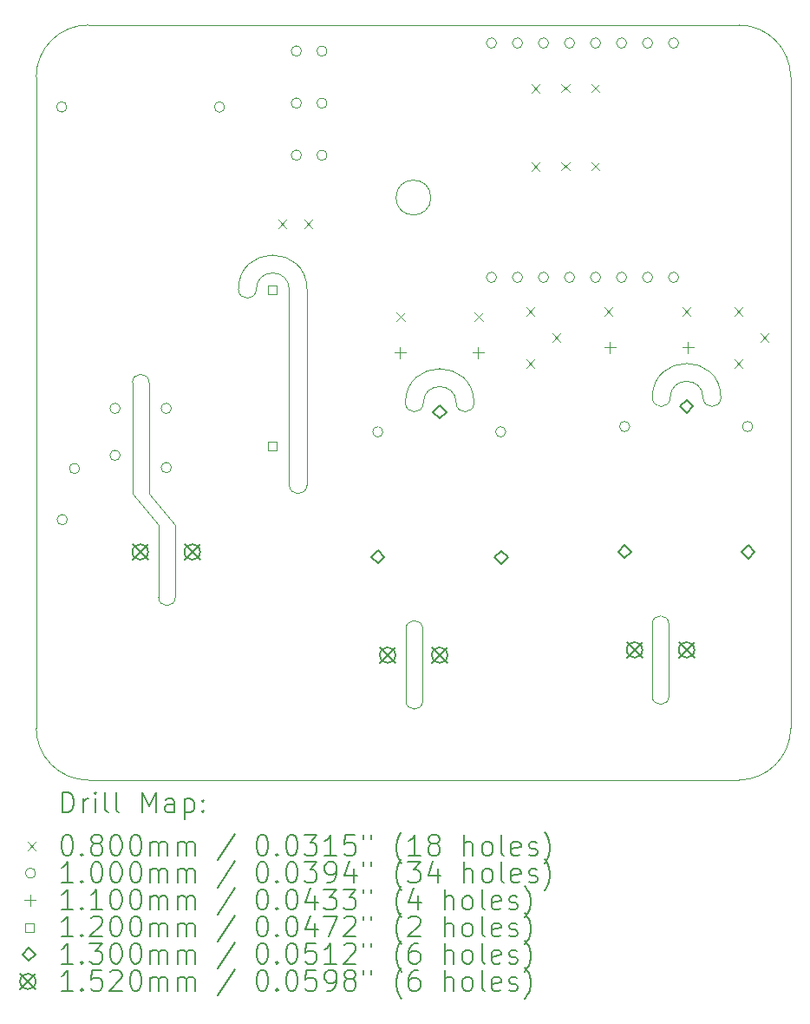
<source format=gbr>
%TF.GenerationSoftware,KiCad,Pcbnew,7.0.10*%
%TF.CreationDate,2024-03-10T12:39:34+01:00*%
%TF.ProjectId,double_relay,646f7562-6c65-45f7-9265-6c61792e6b69,rev?*%
%TF.SameCoordinates,Original*%
%TF.FileFunction,Drillmap*%
%TF.FilePolarity,Positive*%
%FSLAX45Y45*%
G04 Gerber Fmt 4.5, Leading zero omitted, Abs format (unit mm)*
G04 Created by KiCad (PCBNEW 7.0.10) date 2024-03-10 12:39:34*
%MOMM*%
%LPD*%
G01*
G04 APERTURE LIST*
%ADD10C,0.100000*%
%ADD11C,0.200000*%
%ADD12C,0.110000*%
%ADD13C,0.120000*%
%ADD14C,0.130000*%
%ADD15C,0.152000*%
G04 APERTURE END LIST*
D10*
X6096000Y-2540000D02*
G75*
G03*
X5588000Y-3048000I0J-508000D01*
G01*
X7562747Y-5119340D02*
G75*
G03*
X7736721Y-5118782I86983J1520D01*
G01*
X12954000Y-3048000D02*
G75*
G03*
X12446000Y-2540000I-508000J0D01*
G01*
X6526705Y-7112000D02*
X6783382Y-7421914D01*
X6690355Y-7112000D02*
X6690355Y-6030008D01*
X8232314Y-5118769D02*
X8232314Y-7025974D01*
X9688606Y-6227954D02*
G75*
G03*
X9366989Y-6227692I-160809J-361D01*
G01*
X11765771Y-8386590D02*
X11765771Y-9086590D01*
X6690355Y-6030008D02*
G75*
G03*
X6526705Y-6030008I-81825J0D01*
G01*
X8232313Y-5118769D02*
G75*
G03*
X7562747Y-5119340I-334783J-919D01*
G01*
X12099099Y-6176422D02*
G75*
G03*
X12273069Y-6175864I86981J1522D01*
G01*
X8058340Y-5119327D02*
X8058340Y-7026532D01*
X6690355Y-7112000D02*
X6947032Y-7421914D01*
X11765771Y-8386590D02*
G75*
G03*
X11602121Y-8386590I-81825J0D01*
G01*
X5588000Y-9398000D02*
G75*
G03*
X6096000Y-9906000I508000J0D01*
G01*
X6783382Y-7421914D02*
X6783382Y-8121914D01*
X9193021Y-6227967D02*
G75*
G03*
X9366987Y-6227409I86979J1547D01*
G01*
X11603492Y-6176435D02*
G75*
G03*
X11777476Y-6175877I86988J1535D01*
G01*
X9198471Y-8432331D02*
X9198471Y-9132331D01*
X12954000Y-3048000D02*
X12954000Y-9398000D01*
X9441000Y-4223000D02*
G75*
G03*
X9101000Y-4223000I-170000J0D01*
G01*
X9101000Y-4223000D02*
G75*
G03*
X9441000Y-4223000I170000J0D01*
G01*
X9362121Y-8432331D02*
X9362121Y-9132331D01*
X8058339Y-5119327D02*
G75*
G03*
X7736723Y-5119064I-160808J-369D01*
G01*
X6947032Y-7421914D02*
X6947032Y-8121914D01*
X12273069Y-6175864D02*
G75*
G03*
X11603502Y-6176435I-334783J-920D01*
G01*
X11602121Y-8386590D02*
X11602121Y-9086590D01*
X6783382Y-8121914D02*
G75*
G03*
X6947033Y-8121914I81825J0D01*
G01*
X9198471Y-9132331D02*
G75*
G03*
X9362121Y-9132331I81825J0D01*
G01*
X11602121Y-9086590D02*
G75*
G03*
X11765771Y-9086590I81825J0D01*
G01*
X9688608Y-6227954D02*
G75*
G03*
X9862580Y-6227396I86982J1524D01*
G01*
X9862580Y-6227396D02*
G75*
G03*
X9193013Y-6227967I-334783J-919D01*
G01*
X9362121Y-8432331D02*
G75*
G03*
X9198471Y-8432331I-81825J0D01*
G01*
X6096000Y-2540000D02*
X12446000Y-2540000D01*
X12446000Y-9906000D02*
G75*
G03*
X12954000Y-9398000I0J508000D01*
G01*
X5588000Y-9398000D02*
X5588000Y-3048000D01*
X8058334Y-7026532D02*
G75*
G03*
X8232314Y-7025974I86986J1532D01*
G01*
X12099103Y-6176422D02*
G75*
G03*
X11777478Y-6176160I-160813J-358D01*
G01*
X6526705Y-7112000D02*
X6526705Y-6030008D01*
X12446000Y-9906000D02*
X6096000Y-9906000D01*
D11*
D10*
X7953023Y-4442013D02*
X8033023Y-4522013D01*
X8033023Y-4442013D02*
X7953023Y-4522013D01*
X8203023Y-4442013D02*
X8283023Y-4522013D01*
X8283023Y-4442013D02*
X8203023Y-4522013D01*
X9106513Y-5345531D02*
X9186513Y-5425531D01*
X9186513Y-5345531D02*
X9106513Y-5425531D01*
X9868513Y-5345531D02*
X9948513Y-5425531D01*
X9948513Y-5345531D02*
X9868513Y-5425531D01*
X10374000Y-5294000D02*
X10454000Y-5374000D01*
X10454000Y-5294000D02*
X10374000Y-5374000D01*
X10374000Y-5802000D02*
X10454000Y-5882000D01*
X10454000Y-5802000D02*
X10374000Y-5882000D01*
X10423268Y-3117741D02*
X10503268Y-3197741D01*
X10503268Y-3117741D02*
X10423268Y-3197741D01*
X10423268Y-3879741D02*
X10503268Y-3959741D01*
X10503268Y-3879741D02*
X10423268Y-3959741D01*
X10628000Y-5548000D02*
X10708000Y-5628000D01*
X10708000Y-5548000D02*
X10628000Y-5628000D01*
X10715816Y-3115283D02*
X10795816Y-3195283D01*
X10795816Y-3115283D02*
X10715816Y-3195283D01*
X10715816Y-3877283D02*
X10795816Y-3957283D01*
X10795816Y-3877283D02*
X10715816Y-3957283D01*
X11008365Y-3115283D02*
X11088365Y-3195283D01*
X11088365Y-3115283D02*
X11008365Y-3195283D01*
X11008365Y-3877283D02*
X11088365Y-3957283D01*
X11088365Y-3877283D02*
X11008365Y-3957283D01*
X11136000Y-5294000D02*
X11216000Y-5374000D01*
X11216000Y-5294000D02*
X11136000Y-5374000D01*
X11898000Y-5294000D02*
X11978000Y-5374000D01*
X11978000Y-5294000D02*
X11898000Y-5374000D01*
X12406000Y-5294000D02*
X12486000Y-5374000D01*
X12486000Y-5294000D02*
X12406000Y-5374000D01*
X12406000Y-5802000D02*
X12486000Y-5882000D01*
X12486000Y-5802000D02*
X12406000Y-5882000D01*
X12660000Y-5548000D02*
X12740000Y-5628000D01*
X12740000Y-5548000D02*
X12660000Y-5628000D01*
X5887284Y-3339786D02*
G75*
G03*
X5787284Y-3339786I-50000J0D01*
G01*
X5787284Y-3339786D02*
G75*
G03*
X5887284Y-3339786I50000J0D01*
G01*
X5892000Y-7366000D02*
G75*
G03*
X5792000Y-7366000I-50000J0D01*
G01*
X5792000Y-7366000D02*
G75*
G03*
X5892000Y-7366000I50000J0D01*
G01*
X6012000Y-6866000D02*
G75*
G03*
X5912000Y-6866000I-50000J0D01*
G01*
X5912000Y-6866000D02*
G75*
G03*
X6012000Y-6866000I50000J0D01*
G01*
X6407284Y-6279786D02*
G75*
G03*
X6307284Y-6279786I-50000J0D01*
G01*
X6307284Y-6279786D02*
G75*
G03*
X6407284Y-6279786I50000J0D01*
G01*
X6408000Y-6738000D02*
G75*
G03*
X6308000Y-6738000I-50000J0D01*
G01*
X6308000Y-6738000D02*
G75*
G03*
X6408000Y-6738000I50000J0D01*
G01*
X6907284Y-6279786D02*
G75*
G03*
X6807284Y-6279786I-50000J0D01*
G01*
X6807284Y-6279786D02*
G75*
G03*
X6907284Y-6279786I50000J0D01*
G01*
X6908000Y-6858000D02*
G75*
G03*
X6808000Y-6858000I-50000J0D01*
G01*
X6808000Y-6858000D02*
G75*
G03*
X6908000Y-6858000I50000J0D01*
G01*
X7427284Y-3339786D02*
G75*
G03*
X7327284Y-3339786I-50000J0D01*
G01*
X7327284Y-3339786D02*
G75*
G03*
X7427284Y-3339786I50000J0D01*
G01*
X8178000Y-2794000D02*
G75*
G03*
X8078000Y-2794000I-50000J0D01*
G01*
X8078000Y-2794000D02*
G75*
G03*
X8178000Y-2794000I50000J0D01*
G01*
X8178000Y-3302000D02*
G75*
G03*
X8078000Y-3302000I-50000J0D01*
G01*
X8078000Y-3302000D02*
G75*
G03*
X8178000Y-3302000I50000J0D01*
G01*
X8178000Y-3810000D02*
G75*
G03*
X8078000Y-3810000I-50000J0D01*
G01*
X8078000Y-3810000D02*
G75*
G03*
X8178000Y-3810000I50000J0D01*
G01*
X8428000Y-2794000D02*
G75*
G03*
X8328000Y-2794000I-50000J0D01*
G01*
X8328000Y-2794000D02*
G75*
G03*
X8428000Y-2794000I50000J0D01*
G01*
X8428000Y-3302000D02*
G75*
G03*
X8328000Y-3302000I-50000J0D01*
G01*
X8328000Y-3302000D02*
G75*
G03*
X8428000Y-3302000I50000J0D01*
G01*
X8428000Y-3810000D02*
G75*
G03*
X8328000Y-3810000I-50000J0D01*
G01*
X8328000Y-3810000D02*
G75*
G03*
X8428000Y-3810000I50000J0D01*
G01*
X8972513Y-6508531D02*
G75*
G03*
X8872513Y-6508531I-50000J0D01*
G01*
X8872513Y-6508531D02*
G75*
G03*
X8972513Y-6508531I50000J0D01*
G01*
X10083000Y-2715500D02*
G75*
G03*
X9983000Y-2715500I-50000J0D01*
G01*
X9983000Y-2715500D02*
G75*
G03*
X10083000Y-2715500I50000J0D01*
G01*
X10083000Y-5001500D02*
G75*
G03*
X9983000Y-5001500I-50000J0D01*
G01*
X9983000Y-5001500D02*
G75*
G03*
X10083000Y-5001500I50000J0D01*
G01*
X10172513Y-6508531D02*
G75*
G03*
X10072513Y-6508531I-50000J0D01*
G01*
X10072513Y-6508531D02*
G75*
G03*
X10172513Y-6508531I50000J0D01*
G01*
X10337000Y-2715500D02*
G75*
G03*
X10237000Y-2715500I-50000J0D01*
G01*
X10237000Y-2715500D02*
G75*
G03*
X10337000Y-2715500I50000J0D01*
G01*
X10337000Y-5001500D02*
G75*
G03*
X10237000Y-5001500I-50000J0D01*
G01*
X10237000Y-5001500D02*
G75*
G03*
X10337000Y-5001500I50000J0D01*
G01*
X10591000Y-2715500D02*
G75*
G03*
X10491000Y-2715500I-50000J0D01*
G01*
X10491000Y-2715500D02*
G75*
G03*
X10591000Y-2715500I50000J0D01*
G01*
X10591000Y-5001500D02*
G75*
G03*
X10491000Y-5001500I-50000J0D01*
G01*
X10491000Y-5001500D02*
G75*
G03*
X10591000Y-5001500I50000J0D01*
G01*
X10845000Y-2715500D02*
G75*
G03*
X10745000Y-2715500I-50000J0D01*
G01*
X10745000Y-2715500D02*
G75*
G03*
X10845000Y-2715500I50000J0D01*
G01*
X10845000Y-5001500D02*
G75*
G03*
X10745000Y-5001500I-50000J0D01*
G01*
X10745000Y-5001500D02*
G75*
G03*
X10845000Y-5001500I50000J0D01*
G01*
X11099000Y-2715500D02*
G75*
G03*
X10999000Y-2715500I-50000J0D01*
G01*
X10999000Y-2715500D02*
G75*
G03*
X11099000Y-2715500I50000J0D01*
G01*
X11099000Y-5001500D02*
G75*
G03*
X10999000Y-5001500I-50000J0D01*
G01*
X10999000Y-5001500D02*
G75*
G03*
X11099000Y-5001500I50000J0D01*
G01*
X11353000Y-2715500D02*
G75*
G03*
X11253000Y-2715500I-50000J0D01*
G01*
X11253000Y-2715500D02*
G75*
G03*
X11353000Y-2715500I50000J0D01*
G01*
X11353000Y-5001500D02*
G75*
G03*
X11253000Y-5001500I-50000J0D01*
G01*
X11253000Y-5001500D02*
G75*
G03*
X11353000Y-5001500I50000J0D01*
G01*
X11383000Y-6457000D02*
G75*
G03*
X11283000Y-6457000I-50000J0D01*
G01*
X11283000Y-6457000D02*
G75*
G03*
X11383000Y-6457000I50000J0D01*
G01*
X11607000Y-2715500D02*
G75*
G03*
X11507000Y-2715500I-50000J0D01*
G01*
X11507000Y-2715500D02*
G75*
G03*
X11607000Y-2715500I50000J0D01*
G01*
X11607000Y-5001500D02*
G75*
G03*
X11507000Y-5001500I-50000J0D01*
G01*
X11507000Y-5001500D02*
G75*
G03*
X11607000Y-5001500I50000J0D01*
G01*
X11861000Y-2715500D02*
G75*
G03*
X11761000Y-2715500I-50000J0D01*
G01*
X11761000Y-2715500D02*
G75*
G03*
X11861000Y-2715500I50000J0D01*
G01*
X11861000Y-5001500D02*
G75*
G03*
X11761000Y-5001500I-50000J0D01*
G01*
X11761000Y-5001500D02*
G75*
G03*
X11861000Y-5001500I50000J0D01*
G01*
X12583000Y-6457000D02*
G75*
G03*
X12483000Y-6457000I-50000J0D01*
G01*
X12483000Y-6457000D02*
G75*
G03*
X12583000Y-6457000I50000J0D01*
G01*
D12*
X9139134Y-5680153D02*
X9139134Y-5790153D01*
X9084134Y-5735153D02*
X9194134Y-5735153D01*
X9901134Y-5680153D02*
X9901134Y-5790153D01*
X9846134Y-5735153D02*
X9956134Y-5735153D01*
X11189116Y-5628622D02*
X11189116Y-5738622D01*
X11134116Y-5683622D02*
X11244116Y-5683622D01*
X11951116Y-5628622D02*
X11951116Y-5738622D01*
X11896116Y-5683622D02*
X12006116Y-5683622D01*
D13*
X7937617Y-5167978D02*
X7937617Y-5083125D01*
X7852763Y-5083125D01*
X7852763Y-5167978D01*
X7937617Y-5167978D01*
X7937617Y-6691978D02*
X7937617Y-6607125D01*
X7852763Y-6607125D01*
X7852763Y-6691978D01*
X7937617Y-6691978D01*
D14*
X8922513Y-7793531D02*
X8987513Y-7728531D01*
X8922513Y-7663531D01*
X8857513Y-7728531D01*
X8922513Y-7793531D01*
X9527513Y-6378531D02*
X9592513Y-6313531D01*
X9527513Y-6248531D01*
X9462513Y-6313531D01*
X9527513Y-6378531D01*
X10127513Y-7798531D02*
X10192513Y-7733531D01*
X10127513Y-7668531D01*
X10062513Y-7733531D01*
X10127513Y-7798531D01*
X11333000Y-7742000D02*
X11398000Y-7677000D01*
X11333000Y-7612000D01*
X11268000Y-7677000D01*
X11333000Y-7742000D01*
X11938000Y-6327000D02*
X12003000Y-6262000D01*
X11938000Y-6197000D01*
X11873000Y-6262000D01*
X11938000Y-6327000D01*
X12538000Y-7747000D02*
X12603000Y-7682000D01*
X12538000Y-7617000D01*
X12473000Y-7682000D01*
X12538000Y-7747000D01*
D15*
X6528665Y-7604803D02*
X6680665Y-7756803D01*
X6680665Y-7604803D02*
X6528665Y-7756803D01*
X6680665Y-7680803D02*
G75*
G03*
X6528665Y-7680803I-76000J0D01*
G01*
X6528665Y-7680803D02*
G75*
G03*
X6680665Y-7680803I76000J0D01*
G01*
X7036665Y-7604803D02*
X7188665Y-7756803D01*
X7188665Y-7604803D02*
X7036665Y-7756803D01*
X7188665Y-7680803D02*
G75*
G03*
X7036665Y-7680803I-76000J0D01*
G01*
X7036665Y-7680803D02*
G75*
G03*
X7188665Y-7680803I76000J0D01*
G01*
X8943513Y-8611531D02*
X9095513Y-8763531D01*
X9095513Y-8611531D02*
X8943513Y-8763531D01*
X9095513Y-8687531D02*
G75*
G03*
X8943513Y-8687531I-76000J0D01*
G01*
X8943513Y-8687531D02*
G75*
G03*
X9095513Y-8687531I76000J0D01*
G01*
X9451513Y-8611531D02*
X9603513Y-8763531D01*
X9603513Y-8611531D02*
X9451513Y-8763531D01*
X9603513Y-8687531D02*
G75*
G03*
X9451513Y-8687531I-76000J0D01*
G01*
X9451513Y-8687531D02*
G75*
G03*
X9603513Y-8687531I76000J0D01*
G01*
X11354000Y-8560000D02*
X11506000Y-8712000D01*
X11506000Y-8560000D02*
X11354000Y-8712000D01*
X11506000Y-8636000D02*
G75*
G03*
X11354000Y-8636000I-76000J0D01*
G01*
X11354000Y-8636000D02*
G75*
G03*
X11506000Y-8636000I76000J0D01*
G01*
X11862000Y-8560000D02*
X12014000Y-8712000D01*
X12014000Y-8560000D02*
X11862000Y-8712000D01*
X12014000Y-8636000D02*
G75*
G03*
X11862000Y-8636000I-76000J0D01*
G01*
X11862000Y-8636000D02*
G75*
G03*
X12014000Y-8636000I76000J0D01*
G01*
D11*
X5843777Y-10222484D02*
X5843777Y-10022484D01*
X5843777Y-10022484D02*
X5891396Y-10022484D01*
X5891396Y-10022484D02*
X5919967Y-10032008D01*
X5919967Y-10032008D02*
X5939015Y-10051055D01*
X5939015Y-10051055D02*
X5948539Y-10070103D01*
X5948539Y-10070103D02*
X5958062Y-10108198D01*
X5958062Y-10108198D02*
X5958062Y-10136770D01*
X5958062Y-10136770D02*
X5948539Y-10174865D01*
X5948539Y-10174865D02*
X5939015Y-10193912D01*
X5939015Y-10193912D02*
X5919967Y-10212960D01*
X5919967Y-10212960D02*
X5891396Y-10222484D01*
X5891396Y-10222484D02*
X5843777Y-10222484D01*
X6043777Y-10222484D02*
X6043777Y-10089150D01*
X6043777Y-10127246D02*
X6053301Y-10108198D01*
X6053301Y-10108198D02*
X6062824Y-10098674D01*
X6062824Y-10098674D02*
X6081872Y-10089150D01*
X6081872Y-10089150D02*
X6100920Y-10089150D01*
X6167586Y-10222484D02*
X6167586Y-10089150D01*
X6167586Y-10022484D02*
X6158062Y-10032008D01*
X6158062Y-10032008D02*
X6167586Y-10041531D01*
X6167586Y-10041531D02*
X6177110Y-10032008D01*
X6177110Y-10032008D02*
X6167586Y-10022484D01*
X6167586Y-10022484D02*
X6167586Y-10041531D01*
X6291396Y-10222484D02*
X6272348Y-10212960D01*
X6272348Y-10212960D02*
X6262824Y-10193912D01*
X6262824Y-10193912D02*
X6262824Y-10022484D01*
X6396158Y-10222484D02*
X6377110Y-10212960D01*
X6377110Y-10212960D02*
X6367586Y-10193912D01*
X6367586Y-10193912D02*
X6367586Y-10022484D01*
X6624729Y-10222484D02*
X6624729Y-10022484D01*
X6624729Y-10022484D02*
X6691396Y-10165341D01*
X6691396Y-10165341D02*
X6758062Y-10022484D01*
X6758062Y-10022484D02*
X6758062Y-10222484D01*
X6939015Y-10222484D02*
X6939015Y-10117722D01*
X6939015Y-10117722D02*
X6929491Y-10098674D01*
X6929491Y-10098674D02*
X6910443Y-10089150D01*
X6910443Y-10089150D02*
X6872348Y-10089150D01*
X6872348Y-10089150D02*
X6853301Y-10098674D01*
X6939015Y-10212960D02*
X6919967Y-10222484D01*
X6919967Y-10222484D02*
X6872348Y-10222484D01*
X6872348Y-10222484D02*
X6853301Y-10212960D01*
X6853301Y-10212960D02*
X6843777Y-10193912D01*
X6843777Y-10193912D02*
X6843777Y-10174865D01*
X6843777Y-10174865D02*
X6853301Y-10155817D01*
X6853301Y-10155817D02*
X6872348Y-10146293D01*
X6872348Y-10146293D02*
X6919967Y-10146293D01*
X6919967Y-10146293D02*
X6939015Y-10136770D01*
X7034253Y-10089150D02*
X7034253Y-10289150D01*
X7034253Y-10098674D02*
X7053301Y-10089150D01*
X7053301Y-10089150D02*
X7091396Y-10089150D01*
X7091396Y-10089150D02*
X7110443Y-10098674D01*
X7110443Y-10098674D02*
X7119967Y-10108198D01*
X7119967Y-10108198D02*
X7129491Y-10127246D01*
X7129491Y-10127246D02*
X7129491Y-10184389D01*
X7129491Y-10184389D02*
X7119967Y-10203436D01*
X7119967Y-10203436D02*
X7110443Y-10212960D01*
X7110443Y-10212960D02*
X7091396Y-10222484D01*
X7091396Y-10222484D02*
X7053301Y-10222484D01*
X7053301Y-10222484D02*
X7034253Y-10212960D01*
X7215205Y-10203436D02*
X7224729Y-10212960D01*
X7224729Y-10212960D02*
X7215205Y-10222484D01*
X7215205Y-10222484D02*
X7205682Y-10212960D01*
X7205682Y-10212960D02*
X7215205Y-10203436D01*
X7215205Y-10203436D02*
X7215205Y-10222484D01*
X7215205Y-10098674D02*
X7224729Y-10108198D01*
X7224729Y-10108198D02*
X7215205Y-10117722D01*
X7215205Y-10117722D02*
X7205682Y-10108198D01*
X7205682Y-10108198D02*
X7215205Y-10098674D01*
X7215205Y-10098674D02*
X7215205Y-10117722D01*
D10*
X5503000Y-10511000D02*
X5583000Y-10591000D01*
X5583000Y-10511000D02*
X5503000Y-10591000D01*
D11*
X5881872Y-10442484D02*
X5900920Y-10442484D01*
X5900920Y-10442484D02*
X5919967Y-10452008D01*
X5919967Y-10452008D02*
X5929491Y-10461531D01*
X5929491Y-10461531D02*
X5939015Y-10480579D01*
X5939015Y-10480579D02*
X5948539Y-10518674D01*
X5948539Y-10518674D02*
X5948539Y-10566293D01*
X5948539Y-10566293D02*
X5939015Y-10604389D01*
X5939015Y-10604389D02*
X5929491Y-10623436D01*
X5929491Y-10623436D02*
X5919967Y-10632960D01*
X5919967Y-10632960D02*
X5900920Y-10642484D01*
X5900920Y-10642484D02*
X5881872Y-10642484D01*
X5881872Y-10642484D02*
X5862824Y-10632960D01*
X5862824Y-10632960D02*
X5853301Y-10623436D01*
X5853301Y-10623436D02*
X5843777Y-10604389D01*
X5843777Y-10604389D02*
X5834253Y-10566293D01*
X5834253Y-10566293D02*
X5834253Y-10518674D01*
X5834253Y-10518674D02*
X5843777Y-10480579D01*
X5843777Y-10480579D02*
X5853301Y-10461531D01*
X5853301Y-10461531D02*
X5862824Y-10452008D01*
X5862824Y-10452008D02*
X5881872Y-10442484D01*
X6034253Y-10623436D02*
X6043777Y-10632960D01*
X6043777Y-10632960D02*
X6034253Y-10642484D01*
X6034253Y-10642484D02*
X6024729Y-10632960D01*
X6024729Y-10632960D02*
X6034253Y-10623436D01*
X6034253Y-10623436D02*
X6034253Y-10642484D01*
X6158062Y-10528198D02*
X6139015Y-10518674D01*
X6139015Y-10518674D02*
X6129491Y-10509150D01*
X6129491Y-10509150D02*
X6119967Y-10490103D01*
X6119967Y-10490103D02*
X6119967Y-10480579D01*
X6119967Y-10480579D02*
X6129491Y-10461531D01*
X6129491Y-10461531D02*
X6139015Y-10452008D01*
X6139015Y-10452008D02*
X6158062Y-10442484D01*
X6158062Y-10442484D02*
X6196158Y-10442484D01*
X6196158Y-10442484D02*
X6215205Y-10452008D01*
X6215205Y-10452008D02*
X6224729Y-10461531D01*
X6224729Y-10461531D02*
X6234253Y-10480579D01*
X6234253Y-10480579D02*
X6234253Y-10490103D01*
X6234253Y-10490103D02*
X6224729Y-10509150D01*
X6224729Y-10509150D02*
X6215205Y-10518674D01*
X6215205Y-10518674D02*
X6196158Y-10528198D01*
X6196158Y-10528198D02*
X6158062Y-10528198D01*
X6158062Y-10528198D02*
X6139015Y-10537722D01*
X6139015Y-10537722D02*
X6129491Y-10547246D01*
X6129491Y-10547246D02*
X6119967Y-10566293D01*
X6119967Y-10566293D02*
X6119967Y-10604389D01*
X6119967Y-10604389D02*
X6129491Y-10623436D01*
X6129491Y-10623436D02*
X6139015Y-10632960D01*
X6139015Y-10632960D02*
X6158062Y-10642484D01*
X6158062Y-10642484D02*
X6196158Y-10642484D01*
X6196158Y-10642484D02*
X6215205Y-10632960D01*
X6215205Y-10632960D02*
X6224729Y-10623436D01*
X6224729Y-10623436D02*
X6234253Y-10604389D01*
X6234253Y-10604389D02*
X6234253Y-10566293D01*
X6234253Y-10566293D02*
X6224729Y-10547246D01*
X6224729Y-10547246D02*
X6215205Y-10537722D01*
X6215205Y-10537722D02*
X6196158Y-10528198D01*
X6358062Y-10442484D02*
X6377110Y-10442484D01*
X6377110Y-10442484D02*
X6396158Y-10452008D01*
X6396158Y-10452008D02*
X6405682Y-10461531D01*
X6405682Y-10461531D02*
X6415205Y-10480579D01*
X6415205Y-10480579D02*
X6424729Y-10518674D01*
X6424729Y-10518674D02*
X6424729Y-10566293D01*
X6424729Y-10566293D02*
X6415205Y-10604389D01*
X6415205Y-10604389D02*
X6405682Y-10623436D01*
X6405682Y-10623436D02*
X6396158Y-10632960D01*
X6396158Y-10632960D02*
X6377110Y-10642484D01*
X6377110Y-10642484D02*
X6358062Y-10642484D01*
X6358062Y-10642484D02*
X6339015Y-10632960D01*
X6339015Y-10632960D02*
X6329491Y-10623436D01*
X6329491Y-10623436D02*
X6319967Y-10604389D01*
X6319967Y-10604389D02*
X6310443Y-10566293D01*
X6310443Y-10566293D02*
X6310443Y-10518674D01*
X6310443Y-10518674D02*
X6319967Y-10480579D01*
X6319967Y-10480579D02*
X6329491Y-10461531D01*
X6329491Y-10461531D02*
X6339015Y-10452008D01*
X6339015Y-10452008D02*
X6358062Y-10442484D01*
X6548539Y-10442484D02*
X6567586Y-10442484D01*
X6567586Y-10442484D02*
X6586634Y-10452008D01*
X6586634Y-10452008D02*
X6596158Y-10461531D01*
X6596158Y-10461531D02*
X6605682Y-10480579D01*
X6605682Y-10480579D02*
X6615205Y-10518674D01*
X6615205Y-10518674D02*
X6615205Y-10566293D01*
X6615205Y-10566293D02*
X6605682Y-10604389D01*
X6605682Y-10604389D02*
X6596158Y-10623436D01*
X6596158Y-10623436D02*
X6586634Y-10632960D01*
X6586634Y-10632960D02*
X6567586Y-10642484D01*
X6567586Y-10642484D02*
X6548539Y-10642484D01*
X6548539Y-10642484D02*
X6529491Y-10632960D01*
X6529491Y-10632960D02*
X6519967Y-10623436D01*
X6519967Y-10623436D02*
X6510443Y-10604389D01*
X6510443Y-10604389D02*
X6500920Y-10566293D01*
X6500920Y-10566293D02*
X6500920Y-10518674D01*
X6500920Y-10518674D02*
X6510443Y-10480579D01*
X6510443Y-10480579D02*
X6519967Y-10461531D01*
X6519967Y-10461531D02*
X6529491Y-10452008D01*
X6529491Y-10452008D02*
X6548539Y-10442484D01*
X6700920Y-10642484D02*
X6700920Y-10509150D01*
X6700920Y-10528198D02*
X6710443Y-10518674D01*
X6710443Y-10518674D02*
X6729491Y-10509150D01*
X6729491Y-10509150D02*
X6758063Y-10509150D01*
X6758063Y-10509150D02*
X6777110Y-10518674D01*
X6777110Y-10518674D02*
X6786634Y-10537722D01*
X6786634Y-10537722D02*
X6786634Y-10642484D01*
X6786634Y-10537722D02*
X6796158Y-10518674D01*
X6796158Y-10518674D02*
X6815205Y-10509150D01*
X6815205Y-10509150D02*
X6843777Y-10509150D01*
X6843777Y-10509150D02*
X6862824Y-10518674D01*
X6862824Y-10518674D02*
X6872348Y-10537722D01*
X6872348Y-10537722D02*
X6872348Y-10642484D01*
X6967586Y-10642484D02*
X6967586Y-10509150D01*
X6967586Y-10528198D02*
X6977110Y-10518674D01*
X6977110Y-10518674D02*
X6996158Y-10509150D01*
X6996158Y-10509150D02*
X7024729Y-10509150D01*
X7024729Y-10509150D02*
X7043777Y-10518674D01*
X7043777Y-10518674D02*
X7053301Y-10537722D01*
X7053301Y-10537722D02*
X7053301Y-10642484D01*
X7053301Y-10537722D02*
X7062824Y-10518674D01*
X7062824Y-10518674D02*
X7081872Y-10509150D01*
X7081872Y-10509150D02*
X7110443Y-10509150D01*
X7110443Y-10509150D02*
X7129491Y-10518674D01*
X7129491Y-10518674D02*
X7139015Y-10537722D01*
X7139015Y-10537722D02*
X7139015Y-10642484D01*
X7529491Y-10432960D02*
X7358063Y-10690103D01*
X7786634Y-10442484D02*
X7805682Y-10442484D01*
X7805682Y-10442484D02*
X7824729Y-10452008D01*
X7824729Y-10452008D02*
X7834253Y-10461531D01*
X7834253Y-10461531D02*
X7843777Y-10480579D01*
X7843777Y-10480579D02*
X7853301Y-10518674D01*
X7853301Y-10518674D02*
X7853301Y-10566293D01*
X7853301Y-10566293D02*
X7843777Y-10604389D01*
X7843777Y-10604389D02*
X7834253Y-10623436D01*
X7834253Y-10623436D02*
X7824729Y-10632960D01*
X7824729Y-10632960D02*
X7805682Y-10642484D01*
X7805682Y-10642484D02*
X7786634Y-10642484D01*
X7786634Y-10642484D02*
X7767586Y-10632960D01*
X7767586Y-10632960D02*
X7758063Y-10623436D01*
X7758063Y-10623436D02*
X7748539Y-10604389D01*
X7748539Y-10604389D02*
X7739015Y-10566293D01*
X7739015Y-10566293D02*
X7739015Y-10518674D01*
X7739015Y-10518674D02*
X7748539Y-10480579D01*
X7748539Y-10480579D02*
X7758063Y-10461531D01*
X7758063Y-10461531D02*
X7767586Y-10452008D01*
X7767586Y-10452008D02*
X7786634Y-10442484D01*
X7939015Y-10623436D02*
X7948539Y-10632960D01*
X7948539Y-10632960D02*
X7939015Y-10642484D01*
X7939015Y-10642484D02*
X7929491Y-10632960D01*
X7929491Y-10632960D02*
X7939015Y-10623436D01*
X7939015Y-10623436D02*
X7939015Y-10642484D01*
X8072348Y-10442484D02*
X8091396Y-10442484D01*
X8091396Y-10442484D02*
X8110444Y-10452008D01*
X8110444Y-10452008D02*
X8119967Y-10461531D01*
X8119967Y-10461531D02*
X8129491Y-10480579D01*
X8129491Y-10480579D02*
X8139015Y-10518674D01*
X8139015Y-10518674D02*
X8139015Y-10566293D01*
X8139015Y-10566293D02*
X8129491Y-10604389D01*
X8129491Y-10604389D02*
X8119967Y-10623436D01*
X8119967Y-10623436D02*
X8110444Y-10632960D01*
X8110444Y-10632960D02*
X8091396Y-10642484D01*
X8091396Y-10642484D02*
X8072348Y-10642484D01*
X8072348Y-10642484D02*
X8053301Y-10632960D01*
X8053301Y-10632960D02*
X8043777Y-10623436D01*
X8043777Y-10623436D02*
X8034253Y-10604389D01*
X8034253Y-10604389D02*
X8024729Y-10566293D01*
X8024729Y-10566293D02*
X8024729Y-10518674D01*
X8024729Y-10518674D02*
X8034253Y-10480579D01*
X8034253Y-10480579D02*
X8043777Y-10461531D01*
X8043777Y-10461531D02*
X8053301Y-10452008D01*
X8053301Y-10452008D02*
X8072348Y-10442484D01*
X8205682Y-10442484D02*
X8329491Y-10442484D01*
X8329491Y-10442484D02*
X8262825Y-10518674D01*
X8262825Y-10518674D02*
X8291396Y-10518674D01*
X8291396Y-10518674D02*
X8310444Y-10528198D01*
X8310444Y-10528198D02*
X8319967Y-10537722D01*
X8319967Y-10537722D02*
X8329491Y-10556770D01*
X8329491Y-10556770D02*
X8329491Y-10604389D01*
X8329491Y-10604389D02*
X8319967Y-10623436D01*
X8319967Y-10623436D02*
X8310444Y-10632960D01*
X8310444Y-10632960D02*
X8291396Y-10642484D01*
X8291396Y-10642484D02*
X8234253Y-10642484D01*
X8234253Y-10642484D02*
X8215206Y-10632960D01*
X8215206Y-10632960D02*
X8205682Y-10623436D01*
X8519968Y-10642484D02*
X8405682Y-10642484D01*
X8462825Y-10642484D02*
X8462825Y-10442484D01*
X8462825Y-10442484D02*
X8443777Y-10471055D01*
X8443777Y-10471055D02*
X8424729Y-10490103D01*
X8424729Y-10490103D02*
X8405682Y-10499627D01*
X8700920Y-10442484D02*
X8605682Y-10442484D01*
X8605682Y-10442484D02*
X8596158Y-10537722D01*
X8596158Y-10537722D02*
X8605682Y-10528198D01*
X8605682Y-10528198D02*
X8624729Y-10518674D01*
X8624729Y-10518674D02*
X8672349Y-10518674D01*
X8672349Y-10518674D02*
X8691396Y-10528198D01*
X8691396Y-10528198D02*
X8700920Y-10537722D01*
X8700920Y-10537722D02*
X8710444Y-10556770D01*
X8710444Y-10556770D02*
X8710444Y-10604389D01*
X8710444Y-10604389D02*
X8700920Y-10623436D01*
X8700920Y-10623436D02*
X8691396Y-10632960D01*
X8691396Y-10632960D02*
X8672349Y-10642484D01*
X8672349Y-10642484D02*
X8624729Y-10642484D01*
X8624729Y-10642484D02*
X8605682Y-10632960D01*
X8605682Y-10632960D02*
X8596158Y-10623436D01*
X8786634Y-10442484D02*
X8786634Y-10480579D01*
X8862825Y-10442484D02*
X8862825Y-10480579D01*
X9158063Y-10718674D02*
X9148539Y-10709150D01*
X9148539Y-10709150D02*
X9129491Y-10680579D01*
X9129491Y-10680579D02*
X9119968Y-10661531D01*
X9119968Y-10661531D02*
X9110444Y-10632960D01*
X9110444Y-10632960D02*
X9100920Y-10585341D01*
X9100920Y-10585341D02*
X9100920Y-10547246D01*
X9100920Y-10547246D02*
X9110444Y-10499627D01*
X9110444Y-10499627D02*
X9119968Y-10471055D01*
X9119968Y-10471055D02*
X9129491Y-10452008D01*
X9129491Y-10452008D02*
X9148539Y-10423436D01*
X9148539Y-10423436D02*
X9158063Y-10413912D01*
X9339015Y-10642484D02*
X9224730Y-10642484D01*
X9281872Y-10642484D02*
X9281872Y-10442484D01*
X9281872Y-10442484D02*
X9262825Y-10471055D01*
X9262825Y-10471055D02*
X9243777Y-10490103D01*
X9243777Y-10490103D02*
X9224730Y-10499627D01*
X9453301Y-10528198D02*
X9434253Y-10518674D01*
X9434253Y-10518674D02*
X9424730Y-10509150D01*
X9424730Y-10509150D02*
X9415206Y-10490103D01*
X9415206Y-10490103D02*
X9415206Y-10480579D01*
X9415206Y-10480579D02*
X9424730Y-10461531D01*
X9424730Y-10461531D02*
X9434253Y-10452008D01*
X9434253Y-10452008D02*
X9453301Y-10442484D01*
X9453301Y-10442484D02*
X9491396Y-10442484D01*
X9491396Y-10442484D02*
X9510444Y-10452008D01*
X9510444Y-10452008D02*
X9519968Y-10461531D01*
X9519968Y-10461531D02*
X9529491Y-10480579D01*
X9529491Y-10480579D02*
X9529491Y-10490103D01*
X9529491Y-10490103D02*
X9519968Y-10509150D01*
X9519968Y-10509150D02*
X9510444Y-10518674D01*
X9510444Y-10518674D02*
X9491396Y-10528198D01*
X9491396Y-10528198D02*
X9453301Y-10528198D01*
X9453301Y-10528198D02*
X9434253Y-10537722D01*
X9434253Y-10537722D02*
X9424730Y-10547246D01*
X9424730Y-10547246D02*
X9415206Y-10566293D01*
X9415206Y-10566293D02*
X9415206Y-10604389D01*
X9415206Y-10604389D02*
X9424730Y-10623436D01*
X9424730Y-10623436D02*
X9434253Y-10632960D01*
X9434253Y-10632960D02*
X9453301Y-10642484D01*
X9453301Y-10642484D02*
X9491396Y-10642484D01*
X9491396Y-10642484D02*
X9510444Y-10632960D01*
X9510444Y-10632960D02*
X9519968Y-10623436D01*
X9519968Y-10623436D02*
X9529491Y-10604389D01*
X9529491Y-10604389D02*
X9529491Y-10566293D01*
X9529491Y-10566293D02*
X9519968Y-10547246D01*
X9519968Y-10547246D02*
X9510444Y-10537722D01*
X9510444Y-10537722D02*
X9491396Y-10528198D01*
X9767587Y-10642484D02*
X9767587Y-10442484D01*
X9853301Y-10642484D02*
X9853301Y-10537722D01*
X9853301Y-10537722D02*
X9843777Y-10518674D01*
X9843777Y-10518674D02*
X9824730Y-10509150D01*
X9824730Y-10509150D02*
X9796158Y-10509150D01*
X9796158Y-10509150D02*
X9777111Y-10518674D01*
X9777111Y-10518674D02*
X9767587Y-10528198D01*
X9977111Y-10642484D02*
X9958063Y-10632960D01*
X9958063Y-10632960D02*
X9948539Y-10623436D01*
X9948539Y-10623436D02*
X9939015Y-10604389D01*
X9939015Y-10604389D02*
X9939015Y-10547246D01*
X9939015Y-10547246D02*
X9948539Y-10528198D01*
X9948539Y-10528198D02*
X9958063Y-10518674D01*
X9958063Y-10518674D02*
X9977111Y-10509150D01*
X9977111Y-10509150D02*
X10005682Y-10509150D01*
X10005682Y-10509150D02*
X10024730Y-10518674D01*
X10024730Y-10518674D02*
X10034253Y-10528198D01*
X10034253Y-10528198D02*
X10043777Y-10547246D01*
X10043777Y-10547246D02*
X10043777Y-10604389D01*
X10043777Y-10604389D02*
X10034253Y-10623436D01*
X10034253Y-10623436D02*
X10024730Y-10632960D01*
X10024730Y-10632960D02*
X10005682Y-10642484D01*
X10005682Y-10642484D02*
X9977111Y-10642484D01*
X10158063Y-10642484D02*
X10139015Y-10632960D01*
X10139015Y-10632960D02*
X10129492Y-10613912D01*
X10129492Y-10613912D02*
X10129492Y-10442484D01*
X10310444Y-10632960D02*
X10291396Y-10642484D01*
X10291396Y-10642484D02*
X10253301Y-10642484D01*
X10253301Y-10642484D02*
X10234253Y-10632960D01*
X10234253Y-10632960D02*
X10224730Y-10613912D01*
X10224730Y-10613912D02*
X10224730Y-10537722D01*
X10224730Y-10537722D02*
X10234253Y-10518674D01*
X10234253Y-10518674D02*
X10253301Y-10509150D01*
X10253301Y-10509150D02*
X10291396Y-10509150D01*
X10291396Y-10509150D02*
X10310444Y-10518674D01*
X10310444Y-10518674D02*
X10319968Y-10537722D01*
X10319968Y-10537722D02*
X10319968Y-10556770D01*
X10319968Y-10556770D02*
X10224730Y-10575817D01*
X10396158Y-10632960D02*
X10415206Y-10642484D01*
X10415206Y-10642484D02*
X10453301Y-10642484D01*
X10453301Y-10642484D02*
X10472349Y-10632960D01*
X10472349Y-10632960D02*
X10481873Y-10613912D01*
X10481873Y-10613912D02*
X10481873Y-10604389D01*
X10481873Y-10604389D02*
X10472349Y-10585341D01*
X10472349Y-10585341D02*
X10453301Y-10575817D01*
X10453301Y-10575817D02*
X10424730Y-10575817D01*
X10424730Y-10575817D02*
X10405682Y-10566293D01*
X10405682Y-10566293D02*
X10396158Y-10547246D01*
X10396158Y-10547246D02*
X10396158Y-10537722D01*
X10396158Y-10537722D02*
X10405682Y-10518674D01*
X10405682Y-10518674D02*
X10424730Y-10509150D01*
X10424730Y-10509150D02*
X10453301Y-10509150D01*
X10453301Y-10509150D02*
X10472349Y-10518674D01*
X10548539Y-10718674D02*
X10558063Y-10709150D01*
X10558063Y-10709150D02*
X10577111Y-10680579D01*
X10577111Y-10680579D02*
X10586634Y-10661531D01*
X10586634Y-10661531D02*
X10596158Y-10632960D01*
X10596158Y-10632960D02*
X10605682Y-10585341D01*
X10605682Y-10585341D02*
X10605682Y-10547246D01*
X10605682Y-10547246D02*
X10596158Y-10499627D01*
X10596158Y-10499627D02*
X10586634Y-10471055D01*
X10586634Y-10471055D02*
X10577111Y-10452008D01*
X10577111Y-10452008D02*
X10558063Y-10423436D01*
X10558063Y-10423436D02*
X10548539Y-10413912D01*
D10*
X5583000Y-10815000D02*
G75*
G03*
X5483000Y-10815000I-50000J0D01*
G01*
X5483000Y-10815000D02*
G75*
G03*
X5583000Y-10815000I50000J0D01*
G01*
D11*
X5948539Y-10906484D02*
X5834253Y-10906484D01*
X5891396Y-10906484D02*
X5891396Y-10706484D01*
X5891396Y-10706484D02*
X5872348Y-10735055D01*
X5872348Y-10735055D02*
X5853301Y-10754103D01*
X5853301Y-10754103D02*
X5834253Y-10763627D01*
X6034253Y-10887436D02*
X6043777Y-10896960D01*
X6043777Y-10896960D02*
X6034253Y-10906484D01*
X6034253Y-10906484D02*
X6024729Y-10896960D01*
X6024729Y-10896960D02*
X6034253Y-10887436D01*
X6034253Y-10887436D02*
X6034253Y-10906484D01*
X6167586Y-10706484D02*
X6186634Y-10706484D01*
X6186634Y-10706484D02*
X6205682Y-10716008D01*
X6205682Y-10716008D02*
X6215205Y-10725531D01*
X6215205Y-10725531D02*
X6224729Y-10744579D01*
X6224729Y-10744579D02*
X6234253Y-10782674D01*
X6234253Y-10782674D02*
X6234253Y-10830293D01*
X6234253Y-10830293D02*
X6224729Y-10868389D01*
X6224729Y-10868389D02*
X6215205Y-10887436D01*
X6215205Y-10887436D02*
X6205682Y-10896960D01*
X6205682Y-10896960D02*
X6186634Y-10906484D01*
X6186634Y-10906484D02*
X6167586Y-10906484D01*
X6167586Y-10906484D02*
X6148539Y-10896960D01*
X6148539Y-10896960D02*
X6139015Y-10887436D01*
X6139015Y-10887436D02*
X6129491Y-10868389D01*
X6129491Y-10868389D02*
X6119967Y-10830293D01*
X6119967Y-10830293D02*
X6119967Y-10782674D01*
X6119967Y-10782674D02*
X6129491Y-10744579D01*
X6129491Y-10744579D02*
X6139015Y-10725531D01*
X6139015Y-10725531D02*
X6148539Y-10716008D01*
X6148539Y-10716008D02*
X6167586Y-10706484D01*
X6358062Y-10706484D02*
X6377110Y-10706484D01*
X6377110Y-10706484D02*
X6396158Y-10716008D01*
X6396158Y-10716008D02*
X6405682Y-10725531D01*
X6405682Y-10725531D02*
X6415205Y-10744579D01*
X6415205Y-10744579D02*
X6424729Y-10782674D01*
X6424729Y-10782674D02*
X6424729Y-10830293D01*
X6424729Y-10830293D02*
X6415205Y-10868389D01*
X6415205Y-10868389D02*
X6405682Y-10887436D01*
X6405682Y-10887436D02*
X6396158Y-10896960D01*
X6396158Y-10896960D02*
X6377110Y-10906484D01*
X6377110Y-10906484D02*
X6358062Y-10906484D01*
X6358062Y-10906484D02*
X6339015Y-10896960D01*
X6339015Y-10896960D02*
X6329491Y-10887436D01*
X6329491Y-10887436D02*
X6319967Y-10868389D01*
X6319967Y-10868389D02*
X6310443Y-10830293D01*
X6310443Y-10830293D02*
X6310443Y-10782674D01*
X6310443Y-10782674D02*
X6319967Y-10744579D01*
X6319967Y-10744579D02*
X6329491Y-10725531D01*
X6329491Y-10725531D02*
X6339015Y-10716008D01*
X6339015Y-10716008D02*
X6358062Y-10706484D01*
X6548539Y-10706484D02*
X6567586Y-10706484D01*
X6567586Y-10706484D02*
X6586634Y-10716008D01*
X6586634Y-10716008D02*
X6596158Y-10725531D01*
X6596158Y-10725531D02*
X6605682Y-10744579D01*
X6605682Y-10744579D02*
X6615205Y-10782674D01*
X6615205Y-10782674D02*
X6615205Y-10830293D01*
X6615205Y-10830293D02*
X6605682Y-10868389D01*
X6605682Y-10868389D02*
X6596158Y-10887436D01*
X6596158Y-10887436D02*
X6586634Y-10896960D01*
X6586634Y-10896960D02*
X6567586Y-10906484D01*
X6567586Y-10906484D02*
X6548539Y-10906484D01*
X6548539Y-10906484D02*
X6529491Y-10896960D01*
X6529491Y-10896960D02*
X6519967Y-10887436D01*
X6519967Y-10887436D02*
X6510443Y-10868389D01*
X6510443Y-10868389D02*
X6500920Y-10830293D01*
X6500920Y-10830293D02*
X6500920Y-10782674D01*
X6500920Y-10782674D02*
X6510443Y-10744579D01*
X6510443Y-10744579D02*
X6519967Y-10725531D01*
X6519967Y-10725531D02*
X6529491Y-10716008D01*
X6529491Y-10716008D02*
X6548539Y-10706484D01*
X6700920Y-10906484D02*
X6700920Y-10773150D01*
X6700920Y-10792198D02*
X6710443Y-10782674D01*
X6710443Y-10782674D02*
X6729491Y-10773150D01*
X6729491Y-10773150D02*
X6758063Y-10773150D01*
X6758063Y-10773150D02*
X6777110Y-10782674D01*
X6777110Y-10782674D02*
X6786634Y-10801722D01*
X6786634Y-10801722D02*
X6786634Y-10906484D01*
X6786634Y-10801722D02*
X6796158Y-10782674D01*
X6796158Y-10782674D02*
X6815205Y-10773150D01*
X6815205Y-10773150D02*
X6843777Y-10773150D01*
X6843777Y-10773150D02*
X6862824Y-10782674D01*
X6862824Y-10782674D02*
X6872348Y-10801722D01*
X6872348Y-10801722D02*
X6872348Y-10906484D01*
X6967586Y-10906484D02*
X6967586Y-10773150D01*
X6967586Y-10792198D02*
X6977110Y-10782674D01*
X6977110Y-10782674D02*
X6996158Y-10773150D01*
X6996158Y-10773150D02*
X7024729Y-10773150D01*
X7024729Y-10773150D02*
X7043777Y-10782674D01*
X7043777Y-10782674D02*
X7053301Y-10801722D01*
X7053301Y-10801722D02*
X7053301Y-10906484D01*
X7053301Y-10801722D02*
X7062824Y-10782674D01*
X7062824Y-10782674D02*
X7081872Y-10773150D01*
X7081872Y-10773150D02*
X7110443Y-10773150D01*
X7110443Y-10773150D02*
X7129491Y-10782674D01*
X7129491Y-10782674D02*
X7139015Y-10801722D01*
X7139015Y-10801722D02*
X7139015Y-10906484D01*
X7529491Y-10696960D02*
X7358063Y-10954103D01*
X7786634Y-10706484D02*
X7805682Y-10706484D01*
X7805682Y-10706484D02*
X7824729Y-10716008D01*
X7824729Y-10716008D02*
X7834253Y-10725531D01*
X7834253Y-10725531D02*
X7843777Y-10744579D01*
X7843777Y-10744579D02*
X7853301Y-10782674D01*
X7853301Y-10782674D02*
X7853301Y-10830293D01*
X7853301Y-10830293D02*
X7843777Y-10868389D01*
X7843777Y-10868389D02*
X7834253Y-10887436D01*
X7834253Y-10887436D02*
X7824729Y-10896960D01*
X7824729Y-10896960D02*
X7805682Y-10906484D01*
X7805682Y-10906484D02*
X7786634Y-10906484D01*
X7786634Y-10906484D02*
X7767586Y-10896960D01*
X7767586Y-10896960D02*
X7758063Y-10887436D01*
X7758063Y-10887436D02*
X7748539Y-10868389D01*
X7748539Y-10868389D02*
X7739015Y-10830293D01*
X7739015Y-10830293D02*
X7739015Y-10782674D01*
X7739015Y-10782674D02*
X7748539Y-10744579D01*
X7748539Y-10744579D02*
X7758063Y-10725531D01*
X7758063Y-10725531D02*
X7767586Y-10716008D01*
X7767586Y-10716008D02*
X7786634Y-10706484D01*
X7939015Y-10887436D02*
X7948539Y-10896960D01*
X7948539Y-10896960D02*
X7939015Y-10906484D01*
X7939015Y-10906484D02*
X7929491Y-10896960D01*
X7929491Y-10896960D02*
X7939015Y-10887436D01*
X7939015Y-10887436D02*
X7939015Y-10906484D01*
X8072348Y-10706484D02*
X8091396Y-10706484D01*
X8091396Y-10706484D02*
X8110444Y-10716008D01*
X8110444Y-10716008D02*
X8119967Y-10725531D01*
X8119967Y-10725531D02*
X8129491Y-10744579D01*
X8129491Y-10744579D02*
X8139015Y-10782674D01*
X8139015Y-10782674D02*
X8139015Y-10830293D01*
X8139015Y-10830293D02*
X8129491Y-10868389D01*
X8129491Y-10868389D02*
X8119967Y-10887436D01*
X8119967Y-10887436D02*
X8110444Y-10896960D01*
X8110444Y-10896960D02*
X8091396Y-10906484D01*
X8091396Y-10906484D02*
X8072348Y-10906484D01*
X8072348Y-10906484D02*
X8053301Y-10896960D01*
X8053301Y-10896960D02*
X8043777Y-10887436D01*
X8043777Y-10887436D02*
X8034253Y-10868389D01*
X8034253Y-10868389D02*
X8024729Y-10830293D01*
X8024729Y-10830293D02*
X8024729Y-10782674D01*
X8024729Y-10782674D02*
X8034253Y-10744579D01*
X8034253Y-10744579D02*
X8043777Y-10725531D01*
X8043777Y-10725531D02*
X8053301Y-10716008D01*
X8053301Y-10716008D02*
X8072348Y-10706484D01*
X8205682Y-10706484D02*
X8329491Y-10706484D01*
X8329491Y-10706484D02*
X8262825Y-10782674D01*
X8262825Y-10782674D02*
X8291396Y-10782674D01*
X8291396Y-10782674D02*
X8310444Y-10792198D01*
X8310444Y-10792198D02*
X8319967Y-10801722D01*
X8319967Y-10801722D02*
X8329491Y-10820770D01*
X8329491Y-10820770D02*
X8329491Y-10868389D01*
X8329491Y-10868389D02*
X8319967Y-10887436D01*
X8319967Y-10887436D02*
X8310444Y-10896960D01*
X8310444Y-10896960D02*
X8291396Y-10906484D01*
X8291396Y-10906484D02*
X8234253Y-10906484D01*
X8234253Y-10906484D02*
X8215206Y-10896960D01*
X8215206Y-10896960D02*
X8205682Y-10887436D01*
X8424729Y-10906484D02*
X8462825Y-10906484D01*
X8462825Y-10906484D02*
X8481872Y-10896960D01*
X8481872Y-10896960D02*
X8491396Y-10887436D01*
X8491396Y-10887436D02*
X8510444Y-10858865D01*
X8510444Y-10858865D02*
X8519968Y-10820770D01*
X8519968Y-10820770D02*
X8519968Y-10744579D01*
X8519968Y-10744579D02*
X8510444Y-10725531D01*
X8510444Y-10725531D02*
X8500920Y-10716008D01*
X8500920Y-10716008D02*
X8481872Y-10706484D01*
X8481872Y-10706484D02*
X8443777Y-10706484D01*
X8443777Y-10706484D02*
X8424729Y-10716008D01*
X8424729Y-10716008D02*
X8415206Y-10725531D01*
X8415206Y-10725531D02*
X8405682Y-10744579D01*
X8405682Y-10744579D02*
X8405682Y-10792198D01*
X8405682Y-10792198D02*
X8415206Y-10811246D01*
X8415206Y-10811246D02*
X8424729Y-10820770D01*
X8424729Y-10820770D02*
X8443777Y-10830293D01*
X8443777Y-10830293D02*
X8481872Y-10830293D01*
X8481872Y-10830293D02*
X8500920Y-10820770D01*
X8500920Y-10820770D02*
X8510444Y-10811246D01*
X8510444Y-10811246D02*
X8519968Y-10792198D01*
X8691396Y-10773150D02*
X8691396Y-10906484D01*
X8643777Y-10696960D02*
X8596158Y-10839817D01*
X8596158Y-10839817D02*
X8719968Y-10839817D01*
X8786634Y-10706484D02*
X8786634Y-10744579D01*
X8862825Y-10706484D02*
X8862825Y-10744579D01*
X9158063Y-10982674D02*
X9148539Y-10973150D01*
X9148539Y-10973150D02*
X9129491Y-10944579D01*
X9129491Y-10944579D02*
X9119968Y-10925531D01*
X9119968Y-10925531D02*
X9110444Y-10896960D01*
X9110444Y-10896960D02*
X9100920Y-10849341D01*
X9100920Y-10849341D02*
X9100920Y-10811246D01*
X9100920Y-10811246D02*
X9110444Y-10763627D01*
X9110444Y-10763627D02*
X9119968Y-10735055D01*
X9119968Y-10735055D02*
X9129491Y-10716008D01*
X9129491Y-10716008D02*
X9148539Y-10687436D01*
X9148539Y-10687436D02*
X9158063Y-10677912D01*
X9215206Y-10706484D02*
X9339015Y-10706484D01*
X9339015Y-10706484D02*
X9272349Y-10782674D01*
X9272349Y-10782674D02*
X9300920Y-10782674D01*
X9300920Y-10782674D02*
X9319968Y-10792198D01*
X9319968Y-10792198D02*
X9329491Y-10801722D01*
X9329491Y-10801722D02*
X9339015Y-10820770D01*
X9339015Y-10820770D02*
X9339015Y-10868389D01*
X9339015Y-10868389D02*
X9329491Y-10887436D01*
X9329491Y-10887436D02*
X9319968Y-10896960D01*
X9319968Y-10896960D02*
X9300920Y-10906484D01*
X9300920Y-10906484D02*
X9243777Y-10906484D01*
X9243777Y-10906484D02*
X9224730Y-10896960D01*
X9224730Y-10896960D02*
X9215206Y-10887436D01*
X9510444Y-10773150D02*
X9510444Y-10906484D01*
X9462825Y-10696960D02*
X9415206Y-10839817D01*
X9415206Y-10839817D02*
X9539015Y-10839817D01*
X9767587Y-10906484D02*
X9767587Y-10706484D01*
X9853301Y-10906484D02*
X9853301Y-10801722D01*
X9853301Y-10801722D02*
X9843777Y-10782674D01*
X9843777Y-10782674D02*
X9824730Y-10773150D01*
X9824730Y-10773150D02*
X9796158Y-10773150D01*
X9796158Y-10773150D02*
X9777111Y-10782674D01*
X9777111Y-10782674D02*
X9767587Y-10792198D01*
X9977111Y-10906484D02*
X9958063Y-10896960D01*
X9958063Y-10896960D02*
X9948539Y-10887436D01*
X9948539Y-10887436D02*
X9939015Y-10868389D01*
X9939015Y-10868389D02*
X9939015Y-10811246D01*
X9939015Y-10811246D02*
X9948539Y-10792198D01*
X9948539Y-10792198D02*
X9958063Y-10782674D01*
X9958063Y-10782674D02*
X9977111Y-10773150D01*
X9977111Y-10773150D02*
X10005682Y-10773150D01*
X10005682Y-10773150D02*
X10024730Y-10782674D01*
X10024730Y-10782674D02*
X10034253Y-10792198D01*
X10034253Y-10792198D02*
X10043777Y-10811246D01*
X10043777Y-10811246D02*
X10043777Y-10868389D01*
X10043777Y-10868389D02*
X10034253Y-10887436D01*
X10034253Y-10887436D02*
X10024730Y-10896960D01*
X10024730Y-10896960D02*
X10005682Y-10906484D01*
X10005682Y-10906484D02*
X9977111Y-10906484D01*
X10158063Y-10906484D02*
X10139015Y-10896960D01*
X10139015Y-10896960D02*
X10129492Y-10877912D01*
X10129492Y-10877912D02*
X10129492Y-10706484D01*
X10310444Y-10896960D02*
X10291396Y-10906484D01*
X10291396Y-10906484D02*
X10253301Y-10906484D01*
X10253301Y-10906484D02*
X10234253Y-10896960D01*
X10234253Y-10896960D02*
X10224730Y-10877912D01*
X10224730Y-10877912D02*
X10224730Y-10801722D01*
X10224730Y-10801722D02*
X10234253Y-10782674D01*
X10234253Y-10782674D02*
X10253301Y-10773150D01*
X10253301Y-10773150D02*
X10291396Y-10773150D01*
X10291396Y-10773150D02*
X10310444Y-10782674D01*
X10310444Y-10782674D02*
X10319968Y-10801722D01*
X10319968Y-10801722D02*
X10319968Y-10820770D01*
X10319968Y-10820770D02*
X10224730Y-10839817D01*
X10396158Y-10896960D02*
X10415206Y-10906484D01*
X10415206Y-10906484D02*
X10453301Y-10906484D01*
X10453301Y-10906484D02*
X10472349Y-10896960D01*
X10472349Y-10896960D02*
X10481873Y-10877912D01*
X10481873Y-10877912D02*
X10481873Y-10868389D01*
X10481873Y-10868389D02*
X10472349Y-10849341D01*
X10472349Y-10849341D02*
X10453301Y-10839817D01*
X10453301Y-10839817D02*
X10424730Y-10839817D01*
X10424730Y-10839817D02*
X10405682Y-10830293D01*
X10405682Y-10830293D02*
X10396158Y-10811246D01*
X10396158Y-10811246D02*
X10396158Y-10801722D01*
X10396158Y-10801722D02*
X10405682Y-10782674D01*
X10405682Y-10782674D02*
X10424730Y-10773150D01*
X10424730Y-10773150D02*
X10453301Y-10773150D01*
X10453301Y-10773150D02*
X10472349Y-10782674D01*
X10548539Y-10982674D02*
X10558063Y-10973150D01*
X10558063Y-10973150D02*
X10577111Y-10944579D01*
X10577111Y-10944579D02*
X10586634Y-10925531D01*
X10586634Y-10925531D02*
X10596158Y-10896960D01*
X10596158Y-10896960D02*
X10605682Y-10849341D01*
X10605682Y-10849341D02*
X10605682Y-10811246D01*
X10605682Y-10811246D02*
X10596158Y-10763627D01*
X10596158Y-10763627D02*
X10586634Y-10735055D01*
X10586634Y-10735055D02*
X10577111Y-10716008D01*
X10577111Y-10716008D02*
X10558063Y-10687436D01*
X10558063Y-10687436D02*
X10548539Y-10677912D01*
D12*
X5528000Y-11024000D02*
X5528000Y-11134000D01*
X5473000Y-11079000D02*
X5583000Y-11079000D01*
D11*
X5948539Y-11170484D02*
X5834253Y-11170484D01*
X5891396Y-11170484D02*
X5891396Y-10970484D01*
X5891396Y-10970484D02*
X5872348Y-10999055D01*
X5872348Y-10999055D02*
X5853301Y-11018103D01*
X5853301Y-11018103D02*
X5834253Y-11027627D01*
X6034253Y-11151436D02*
X6043777Y-11160960D01*
X6043777Y-11160960D02*
X6034253Y-11170484D01*
X6034253Y-11170484D02*
X6024729Y-11160960D01*
X6024729Y-11160960D02*
X6034253Y-11151436D01*
X6034253Y-11151436D02*
X6034253Y-11170484D01*
X6234253Y-11170484D02*
X6119967Y-11170484D01*
X6177110Y-11170484D02*
X6177110Y-10970484D01*
X6177110Y-10970484D02*
X6158062Y-10999055D01*
X6158062Y-10999055D02*
X6139015Y-11018103D01*
X6139015Y-11018103D02*
X6119967Y-11027627D01*
X6358062Y-10970484D02*
X6377110Y-10970484D01*
X6377110Y-10970484D02*
X6396158Y-10980008D01*
X6396158Y-10980008D02*
X6405682Y-10989531D01*
X6405682Y-10989531D02*
X6415205Y-11008579D01*
X6415205Y-11008579D02*
X6424729Y-11046674D01*
X6424729Y-11046674D02*
X6424729Y-11094293D01*
X6424729Y-11094293D02*
X6415205Y-11132389D01*
X6415205Y-11132389D02*
X6405682Y-11151436D01*
X6405682Y-11151436D02*
X6396158Y-11160960D01*
X6396158Y-11160960D02*
X6377110Y-11170484D01*
X6377110Y-11170484D02*
X6358062Y-11170484D01*
X6358062Y-11170484D02*
X6339015Y-11160960D01*
X6339015Y-11160960D02*
X6329491Y-11151436D01*
X6329491Y-11151436D02*
X6319967Y-11132389D01*
X6319967Y-11132389D02*
X6310443Y-11094293D01*
X6310443Y-11094293D02*
X6310443Y-11046674D01*
X6310443Y-11046674D02*
X6319967Y-11008579D01*
X6319967Y-11008579D02*
X6329491Y-10989531D01*
X6329491Y-10989531D02*
X6339015Y-10980008D01*
X6339015Y-10980008D02*
X6358062Y-10970484D01*
X6548539Y-10970484D02*
X6567586Y-10970484D01*
X6567586Y-10970484D02*
X6586634Y-10980008D01*
X6586634Y-10980008D02*
X6596158Y-10989531D01*
X6596158Y-10989531D02*
X6605682Y-11008579D01*
X6605682Y-11008579D02*
X6615205Y-11046674D01*
X6615205Y-11046674D02*
X6615205Y-11094293D01*
X6615205Y-11094293D02*
X6605682Y-11132389D01*
X6605682Y-11132389D02*
X6596158Y-11151436D01*
X6596158Y-11151436D02*
X6586634Y-11160960D01*
X6586634Y-11160960D02*
X6567586Y-11170484D01*
X6567586Y-11170484D02*
X6548539Y-11170484D01*
X6548539Y-11170484D02*
X6529491Y-11160960D01*
X6529491Y-11160960D02*
X6519967Y-11151436D01*
X6519967Y-11151436D02*
X6510443Y-11132389D01*
X6510443Y-11132389D02*
X6500920Y-11094293D01*
X6500920Y-11094293D02*
X6500920Y-11046674D01*
X6500920Y-11046674D02*
X6510443Y-11008579D01*
X6510443Y-11008579D02*
X6519967Y-10989531D01*
X6519967Y-10989531D02*
X6529491Y-10980008D01*
X6529491Y-10980008D02*
X6548539Y-10970484D01*
X6700920Y-11170484D02*
X6700920Y-11037150D01*
X6700920Y-11056198D02*
X6710443Y-11046674D01*
X6710443Y-11046674D02*
X6729491Y-11037150D01*
X6729491Y-11037150D02*
X6758063Y-11037150D01*
X6758063Y-11037150D02*
X6777110Y-11046674D01*
X6777110Y-11046674D02*
X6786634Y-11065722D01*
X6786634Y-11065722D02*
X6786634Y-11170484D01*
X6786634Y-11065722D02*
X6796158Y-11046674D01*
X6796158Y-11046674D02*
X6815205Y-11037150D01*
X6815205Y-11037150D02*
X6843777Y-11037150D01*
X6843777Y-11037150D02*
X6862824Y-11046674D01*
X6862824Y-11046674D02*
X6872348Y-11065722D01*
X6872348Y-11065722D02*
X6872348Y-11170484D01*
X6967586Y-11170484D02*
X6967586Y-11037150D01*
X6967586Y-11056198D02*
X6977110Y-11046674D01*
X6977110Y-11046674D02*
X6996158Y-11037150D01*
X6996158Y-11037150D02*
X7024729Y-11037150D01*
X7024729Y-11037150D02*
X7043777Y-11046674D01*
X7043777Y-11046674D02*
X7053301Y-11065722D01*
X7053301Y-11065722D02*
X7053301Y-11170484D01*
X7053301Y-11065722D02*
X7062824Y-11046674D01*
X7062824Y-11046674D02*
X7081872Y-11037150D01*
X7081872Y-11037150D02*
X7110443Y-11037150D01*
X7110443Y-11037150D02*
X7129491Y-11046674D01*
X7129491Y-11046674D02*
X7139015Y-11065722D01*
X7139015Y-11065722D02*
X7139015Y-11170484D01*
X7529491Y-10960960D02*
X7358063Y-11218103D01*
X7786634Y-10970484D02*
X7805682Y-10970484D01*
X7805682Y-10970484D02*
X7824729Y-10980008D01*
X7824729Y-10980008D02*
X7834253Y-10989531D01*
X7834253Y-10989531D02*
X7843777Y-11008579D01*
X7843777Y-11008579D02*
X7853301Y-11046674D01*
X7853301Y-11046674D02*
X7853301Y-11094293D01*
X7853301Y-11094293D02*
X7843777Y-11132389D01*
X7843777Y-11132389D02*
X7834253Y-11151436D01*
X7834253Y-11151436D02*
X7824729Y-11160960D01*
X7824729Y-11160960D02*
X7805682Y-11170484D01*
X7805682Y-11170484D02*
X7786634Y-11170484D01*
X7786634Y-11170484D02*
X7767586Y-11160960D01*
X7767586Y-11160960D02*
X7758063Y-11151436D01*
X7758063Y-11151436D02*
X7748539Y-11132389D01*
X7748539Y-11132389D02*
X7739015Y-11094293D01*
X7739015Y-11094293D02*
X7739015Y-11046674D01*
X7739015Y-11046674D02*
X7748539Y-11008579D01*
X7748539Y-11008579D02*
X7758063Y-10989531D01*
X7758063Y-10989531D02*
X7767586Y-10980008D01*
X7767586Y-10980008D02*
X7786634Y-10970484D01*
X7939015Y-11151436D02*
X7948539Y-11160960D01*
X7948539Y-11160960D02*
X7939015Y-11170484D01*
X7939015Y-11170484D02*
X7929491Y-11160960D01*
X7929491Y-11160960D02*
X7939015Y-11151436D01*
X7939015Y-11151436D02*
X7939015Y-11170484D01*
X8072348Y-10970484D02*
X8091396Y-10970484D01*
X8091396Y-10970484D02*
X8110444Y-10980008D01*
X8110444Y-10980008D02*
X8119967Y-10989531D01*
X8119967Y-10989531D02*
X8129491Y-11008579D01*
X8129491Y-11008579D02*
X8139015Y-11046674D01*
X8139015Y-11046674D02*
X8139015Y-11094293D01*
X8139015Y-11094293D02*
X8129491Y-11132389D01*
X8129491Y-11132389D02*
X8119967Y-11151436D01*
X8119967Y-11151436D02*
X8110444Y-11160960D01*
X8110444Y-11160960D02*
X8091396Y-11170484D01*
X8091396Y-11170484D02*
X8072348Y-11170484D01*
X8072348Y-11170484D02*
X8053301Y-11160960D01*
X8053301Y-11160960D02*
X8043777Y-11151436D01*
X8043777Y-11151436D02*
X8034253Y-11132389D01*
X8034253Y-11132389D02*
X8024729Y-11094293D01*
X8024729Y-11094293D02*
X8024729Y-11046674D01*
X8024729Y-11046674D02*
X8034253Y-11008579D01*
X8034253Y-11008579D02*
X8043777Y-10989531D01*
X8043777Y-10989531D02*
X8053301Y-10980008D01*
X8053301Y-10980008D02*
X8072348Y-10970484D01*
X8310444Y-11037150D02*
X8310444Y-11170484D01*
X8262825Y-10960960D02*
X8215206Y-11103817D01*
X8215206Y-11103817D02*
X8339015Y-11103817D01*
X8396158Y-10970484D02*
X8519968Y-10970484D01*
X8519968Y-10970484D02*
X8453301Y-11046674D01*
X8453301Y-11046674D02*
X8481872Y-11046674D01*
X8481872Y-11046674D02*
X8500920Y-11056198D01*
X8500920Y-11056198D02*
X8510444Y-11065722D01*
X8510444Y-11065722D02*
X8519968Y-11084770D01*
X8519968Y-11084770D02*
X8519968Y-11132389D01*
X8519968Y-11132389D02*
X8510444Y-11151436D01*
X8510444Y-11151436D02*
X8500920Y-11160960D01*
X8500920Y-11160960D02*
X8481872Y-11170484D01*
X8481872Y-11170484D02*
X8424729Y-11170484D01*
X8424729Y-11170484D02*
X8405682Y-11160960D01*
X8405682Y-11160960D02*
X8396158Y-11151436D01*
X8586634Y-10970484D02*
X8710444Y-10970484D01*
X8710444Y-10970484D02*
X8643777Y-11046674D01*
X8643777Y-11046674D02*
X8672349Y-11046674D01*
X8672349Y-11046674D02*
X8691396Y-11056198D01*
X8691396Y-11056198D02*
X8700920Y-11065722D01*
X8700920Y-11065722D02*
X8710444Y-11084770D01*
X8710444Y-11084770D02*
X8710444Y-11132389D01*
X8710444Y-11132389D02*
X8700920Y-11151436D01*
X8700920Y-11151436D02*
X8691396Y-11160960D01*
X8691396Y-11160960D02*
X8672349Y-11170484D01*
X8672349Y-11170484D02*
X8615206Y-11170484D01*
X8615206Y-11170484D02*
X8596158Y-11160960D01*
X8596158Y-11160960D02*
X8586634Y-11151436D01*
X8786634Y-10970484D02*
X8786634Y-11008579D01*
X8862825Y-10970484D02*
X8862825Y-11008579D01*
X9158063Y-11246674D02*
X9148539Y-11237150D01*
X9148539Y-11237150D02*
X9129491Y-11208579D01*
X9129491Y-11208579D02*
X9119968Y-11189531D01*
X9119968Y-11189531D02*
X9110444Y-11160960D01*
X9110444Y-11160960D02*
X9100920Y-11113341D01*
X9100920Y-11113341D02*
X9100920Y-11075246D01*
X9100920Y-11075246D02*
X9110444Y-11027627D01*
X9110444Y-11027627D02*
X9119968Y-10999055D01*
X9119968Y-10999055D02*
X9129491Y-10980008D01*
X9129491Y-10980008D02*
X9148539Y-10951436D01*
X9148539Y-10951436D02*
X9158063Y-10941912D01*
X9319968Y-11037150D02*
X9319968Y-11170484D01*
X9272349Y-10960960D02*
X9224730Y-11103817D01*
X9224730Y-11103817D02*
X9348539Y-11103817D01*
X9577111Y-11170484D02*
X9577111Y-10970484D01*
X9662825Y-11170484D02*
X9662825Y-11065722D01*
X9662825Y-11065722D02*
X9653301Y-11046674D01*
X9653301Y-11046674D02*
X9634253Y-11037150D01*
X9634253Y-11037150D02*
X9605682Y-11037150D01*
X9605682Y-11037150D02*
X9586634Y-11046674D01*
X9586634Y-11046674D02*
X9577111Y-11056198D01*
X9786634Y-11170484D02*
X9767587Y-11160960D01*
X9767587Y-11160960D02*
X9758063Y-11151436D01*
X9758063Y-11151436D02*
X9748539Y-11132389D01*
X9748539Y-11132389D02*
X9748539Y-11075246D01*
X9748539Y-11075246D02*
X9758063Y-11056198D01*
X9758063Y-11056198D02*
X9767587Y-11046674D01*
X9767587Y-11046674D02*
X9786634Y-11037150D01*
X9786634Y-11037150D02*
X9815206Y-11037150D01*
X9815206Y-11037150D02*
X9834253Y-11046674D01*
X9834253Y-11046674D02*
X9843777Y-11056198D01*
X9843777Y-11056198D02*
X9853301Y-11075246D01*
X9853301Y-11075246D02*
X9853301Y-11132389D01*
X9853301Y-11132389D02*
X9843777Y-11151436D01*
X9843777Y-11151436D02*
X9834253Y-11160960D01*
X9834253Y-11160960D02*
X9815206Y-11170484D01*
X9815206Y-11170484D02*
X9786634Y-11170484D01*
X9967587Y-11170484D02*
X9948539Y-11160960D01*
X9948539Y-11160960D02*
X9939015Y-11141912D01*
X9939015Y-11141912D02*
X9939015Y-10970484D01*
X10119968Y-11160960D02*
X10100920Y-11170484D01*
X10100920Y-11170484D02*
X10062825Y-11170484D01*
X10062825Y-11170484D02*
X10043777Y-11160960D01*
X10043777Y-11160960D02*
X10034253Y-11141912D01*
X10034253Y-11141912D02*
X10034253Y-11065722D01*
X10034253Y-11065722D02*
X10043777Y-11046674D01*
X10043777Y-11046674D02*
X10062825Y-11037150D01*
X10062825Y-11037150D02*
X10100920Y-11037150D01*
X10100920Y-11037150D02*
X10119968Y-11046674D01*
X10119968Y-11046674D02*
X10129492Y-11065722D01*
X10129492Y-11065722D02*
X10129492Y-11084770D01*
X10129492Y-11084770D02*
X10034253Y-11103817D01*
X10205682Y-11160960D02*
X10224730Y-11170484D01*
X10224730Y-11170484D02*
X10262825Y-11170484D01*
X10262825Y-11170484D02*
X10281873Y-11160960D01*
X10281873Y-11160960D02*
X10291396Y-11141912D01*
X10291396Y-11141912D02*
X10291396Y-11132389D01*
X10291396Y-11132389D02*
X10281873Y-11113341D01*
X10281873Y-11113341D02*
X10262825Y-11103817D01*
X10262825Y-11103817D02*
X10234253Y-11103817D01*
X10234253Y-11103817D02*
X10215206Y-11094293D01*
X10215206Y-11094293D02*
X10205682Y-11075246D01*
X10205682Y-11075246D02*
X10205682Y-11065722D01*
X10205682Y-11065722D02*
X10215206Y-11046674D01*
X10215206Y-11046674D02*
X10234253Y-11037150D01*
X10234253Y-11037150D02*
X10262825Y-11037150D01*
X10262825Y-11037150D02*
X10281873Y-11046674D01*
X10358063Y-11246674D02*
X10367587Y-11237150D01*
X10367587Y-11237150D02*
X10386634Y-11208579D01*
X10386634Y-11208579D02*
X10396158Y-11189531D01*
X10396158Y-11189531D02*
X10405682Y-11160960D01*
X10405682Y-11160960D02*
X10415206Y-11113341D01*
X10415206Y-11113341D02*
X10415206Y-11075246D01*
X10415206Y-11075246D02*
X10405682Y-11027627D01*
X10405682Y-11027627D02*
X10396158Y-10999055D01*
X10396158Y-10999055D02*
X10386634Y-10980008D01*
X10386634Y-10980008D02*
X10367587Y-10951436D01*
X10367587Y-10951436D02*
X10358063Y-10941912D01*
D13*
X5565427Y-11385427D02*
X5565427Y-11300573D01*
X5480573Y-11300573D01*
X5480573Y-11385427D01*
X5565427Y-11385427D01*
D11*
X5948539Y-11434484D02*
X5834253Y-11434484D01*
X5891396Y-11434484D02*
X5891396Y-11234484D01*
X5891396Y-11234484D02*
X5872348Y-11263055D01*
X5872348Y-11263055D02*
X5853301Y-11282103D01*
X5853301Y-11282103D02*
X5834253Y-11291627D01*
X6034253Y-11415436D02*
X6043777Y-11424960D01*
X6043777Y-11424960D02*
X6034253Y-11434484D01*
X6034253Y-11434484D02*
X6024729Y-11424960D01*
X6024729Y-11424960D02*
X6034253Y-11415436D01*
X6034253Y-11415436D02*
X6034253Y-11434484D01*
X6119967Y-11253531D02*
X6129491Y-11244008D01*
X6129491Y-11244008D02*
X6148539Y-11234484D01*
X6148539Y-11234484D02*
X6196158Y-11234484D01*
X6196158Y-11234484D02*
X6215205Y-11244008D01*
X6215205Y-11244008D02*
X6224729Y-11253531D01*
X6224729Y-11253531D02*
X6234253Y-11272579D01*
X6234253Y-11272579D02*
X6234253Y-11291627D01*
X6234253Y-11291627D02*
X6224729Y-11320198D01*
X6224729Y-11320198D02*
X6110443Y-11434484D01*
X6110443Y-11434484D02*
X6234253Y-11434484D01*
X6358062Y-11234484D02*
X6377110Y-11234484D01*
X6377110Y-11234484D02*
X6396158Y-11244008D01*
X6396158Y-11244008D02*
X6405682Y-11253531D01*
X6405682Y-11253531D02*
X6415205Y-11272579D01*
X6415205Y-11272579D02*
X6424729Y-11310674D01*
X6424729Y-11310674D02*
X6424729Y-11358293D01*
X6424729Y-11358293D02*
X6415205Y-11396388D01*
X6415205Y-11396388D02*
X6405682Y-11415436D01*
X6405682Y-11415436D02*
X6396158Y-11424960D01*
X6396158Y-11424960D02*
X6377110Y-11434484D01*
X6377110Y-11434484D02*
X6358062Y-11434484D01*
X6358062Y-11434484D02*
X6339015Y-11424960D01*
X6339015Y-11424960D02*
X6329491Y-11415436D01*
X6329491Y-11415436D02*
X6319967Y-11396388D01*
X6319967Y-11396388D02*
X6310443Y-11358293D01*
X6310443Y-11358293D02*
X6310443Y-11310674D01*
X6310443Y-11310674D02*
X6319967Y-11272579D01*
X6319967Y-11272579D02*
X6329491Y-11253531D01*
X6329491Y-11253531D02*
X6339015Y-11244008D01*
X6339015Y-11244008D02*
X6358062Y-11234484D01*
X6548539Y-11234484D02*
X6567586Y-11234484D01*
X6567586Y-11234484D02*
X6586634Y-11244008D01*
X6586634Y-11244008D02*
X6596158Y-11253531D01*
X6596158Y-11253531D02*
X6605682Y-11272579D01*
X6605682Y-11272579D02*
X6615205Y-11310674D01*
X6615205Y-11310674D02*
X6615205Y-11358293D01*
X6615205Y-11358293D02*
X6605682Y-11396388D01*
X6605682Y-11396388D02*
X6596158Y-11415436D01*
X6596158Y-11415436D02*
X6586634Y-11424960D01*
X6586634Y-11424960D02*
X6567586Y-11434484D01*
X6567586Y-11434484D02*
X6548539Y-11434484D01*
X6548539Y-11434484D02*
X6529491Y-11424960D01*
X6529491Y-11424960D02*
X6519967Y-11415436D01*
X6519967Y-11415436D02*
X6510443Y-11396388D01*
X6510443Y-11396388D02*
X6500920Y-11358293D01*
X6500920Y-11358293D02*
X6500920Y-11310674D01*
X6500920Y-11310674D02*
X6510443Y-11272579D01*
X6510443Y-11272579D02*
X6519967Y-11253531D01*
X6519967Y-11253531D02*
X6529491Y-11244008D01*
X6529491Y-11244008D02*
X6548539Y-11234484D01*
X6700920Y-11434484D02*
X6700920Y-11301150D01*
X6700920Y-11320198D02*
X6710443Y-11310674D01*
X6710443Y-11310674D02*
X6729491Y-11301150D01*
X6729491Y-11301150D02*
X6758063Y-11301150D01*
X6758063Y-11301150D02*
X6777110Y-11310674D01*
X6777110Y-11310674D02*
X6786634Y-11329722D01*
X6786634Y-11329722D02*
X6786634Y-11434484D01*
X6786634Y-11329722D02*
X6796158Y-11310674D01*
X6796158Y-11310674D02*
X6815205Y-11301150D01*
X6815205Y-11301150D02*
X6843777Y-11301150D01*
X6843777Y-11301150D02*
X6862824Y-11310674D01*
X6862824Y-11310674D02*
X6872348Y-11329722D01*
X6872348Y-11329722D02*
X6872348Y-11434484D01*
X6967586Y-11434484D02*
X6967586Y-11301150D01*
X6967586Y-11320198D02*
X6977110Y-11310674D01*
X6977110Y-11310674D02*
X6996158Y-11301150D01*
X6996158Y-11301150D02*
X7024729Y-11301150D01*
X7024729Y-11301150D02*
X7043777Y-11310674D01*
X7043777Y-11310674D02*
X7053301Y-11329722D01*
X7053301Y-11329722D02*
X7053301Y-11434484D01*
X7053301Y-11329722D02*
X7062824Y-11310674D01*
X7062824Y-11310674D02*
X7081872Y-11301150D01*
X7081872Y-11301150D02*
X7110443Y-11301150D01*
X7110443Y-11301150D02*
X7129491Y-11310674D01*
X7129491Y-11310674D02*
X7139015Y-11329722D01*
X7139015Y-11329722D02*
X7139015Y-11434484D01*
X7529491Y-11224960D02*
X7358063Y-11482103D01*
X7786634Y-11234484D02*
X7805682Y-11234484D01*
X7805682Y-11234484D02*
X7824729Y-11244008D01*
X7824729Y-11244008D02*
X7834253Y-11253531D01*
X7834253Y-11253531D02*
X7843777Y-11272579D01*
X7843777Y-11272579D02*
X7853301Y-11310674D01*
X7853301Y-11310674D02*
X7853301Y-11358293D01*
X7853301Y-11358293D02*
X7843777Y-11396388D01*
X7843777Y-11396388D02*
X7834253Y-11415436D01*
X7834253Y-11415436D02*
X7824729Y-11424960D01*
X7824729Y-11424960D02*
X7805682Y-11434484D01*
X7805682Y-11434484D02*
X7786634Y-11434484D01*
X7786634Y-11434484D02*
X7767586Y-11424960D01*
X7767586Y-11424960D02*
X7758063Y-11415436D01*
X7758063Y-11415436D02*
X7748539Y-11396388D01*
X7748539Y-11396388D02*
X7739015Y-11358293D01*
X7739015Y-11358293D02*
X7739015Y-11310674D01*
X7739015Y-11310674D02*
X7748539Y-11272579D01*
X7748539Y-11272579D02*
X7758063Y-11253531D01*
X7758063Y-11253531D02*
X7767586Y-11244008D01*
X7767586Y-11244008D02*
X7786634Y-11234484D01*
X7939015Y-11415436D02*
X7948539Y-11424960D01*
X7948539Y-11424960D02*
X7939015Y-11434484D01*
X7939015Y-11434484D02*
X7929491Y-11424960D01*
X7929491Y-11424960D02*
X7939015Y-11415436D01*
X7939015Y-11415436D02*
X7939015Y-11434484D01*
X8072348Y-11234484D02*
X8091396Y-11234484D01*
X8091396Y-11234484D02*
X8110444Y-11244008D01*
X8110444Y-11244008D02*
X8119967Y-11253531D01*
X8119967Y-11253531D02*
X8129491Y-11272579D01*
X8129491Y-11272579D02*
X8139015Y-11310674D01*
X8139015Y-11310674D02*
X8139015Y-11358293D01*
X8139015Y-11358293D02*
X8129491Y-11396388D01*
X8129491Y-11396388D02*
X8119967Y-11415436D01*
X8119967Y-11415436D02*
X8110444Y-11424960D01*
X8110444Y-11424960D02*
X8091396Y-11434484D01*
X8091396Y-11434484D02*
X8072348Y-11434484D01*
X8072348Y-11434484D02*
X8053301Y-11424960D01*
X8053301Y-11424960D02*
X8043777Y-11415436D01*
X8043777Y-11415436D02*
X8034253Y-11396388D01*
X8034253Y-11396388D02*
X8024729Y-11358293D01*
X8024729Y-11358293D02*
X8024729Y-11310674D01*
X8024729Y-11310674D02*
X8034253Y-11272579D01*
X8034253Y-11272579D02*
X8043777Y-11253531D01*
X8043777Y-11253531D02*
X8053301Y-11244008D01*
X8053301Y-11244008D02*
X8072348Y-11234484D01*
X8310444Y-11301150D02*
X8310444Y-11434484D01*
X8262825Y-11224960D02*
X8215206Y-11367817D01*
X8215206Y-11367817D02*
X8339015Y-11367817D01*
X8396158Y-11234484D02*
X8529491Y-11234484D01*
X8529491Y-11234484D02*
X8443777Y-11434484D01*
X8596158Y-11253531D02*
X8605682Y-11244008D01*
X8605682Y-11244008D02*
X8624729Y-11234484D01*
X8624729Y-11234484D02*
X8672349Y-11234484D01*
X8672349Y-11234484D02*
X8691396Y-11244008D01*
X8691396Y-11244008D02*
X8700920Y-11253531D01*
X8700920Y-11253531D02*
X8710444Y-11272579D01*
X8710444Y-11272579D02*
X8710444Y-11291627D01*
X8710444Y-11291627D02*
X8700920Y-11320198D01*
X8700920Y-11320198D02*
X8586634Y-11434484D01*
X8586634Y-11434484D02*
X8710444Y-11434484D01*
X8786634Y-11234484D02*
X8786634Y-11272579D01*
X8862825Y-11234484D02*
X8862825Y-11272579D01*
X9158063Y-11510674D02*
X9148539Y-11501150D01*
X9148539Y-11501150D02*
X9129491Y-11472579D01*
X9129491Y-11472579D02*
X9119968Y-11453531D01*
X9119968Y-11453531D02*
X9110444Y-11424960D01*
X9110444Y-11424960D02*
X9100920Y-11377341D01*
X9100920Y-11377341D02*
X9100920Y-11339246D01*
X9100920Y-11339246D02*
X9110444Y-11291627D01*
X9110444Y-11291627D02*
X9119968Y-11263055D01*
X9119968Y-11263055D02*
X9129491Y-11244008D01*
X9129491Y-11244008D02*
X9148539Y-11215436D01*
X9148539Y-11215436D02*
X9158063Y-11205912D01*
X9224730Y-11253531D02*
X9234253Y-11244008D01*
X9234253Y-11244008D02*
X9253301Y-11234484D01*
X9253301Y-11234484D02*
X9300920Y-11234484D01*
X9300920Y-11234484D02*
X9319968Y-11244008D01*
X9319968Y-11244008D02*
X9329491Y-11253531D01*
X9329491Y-11253531D02*
X9339015Y-11272579D01*
X9339015Y-11272579D02*
X9339015Y-11291627D01*
X9339015Y-11291627D02*
X9329491Y-11320198D01*
X9329491Y-11320198D02*
X9215206Y-11434484D01*
X9215206Y-11434484D02*
X9339015Y-11434484D01*
X9577111Y-11434484D02*
X9577111Y-11234484D01*
X9662825Y-11434484D02*
X9662825Y-11329722D01*
X9662825Y-11329722D02*
X9653301Y-11310674D01*
X9653301Y-11310674D02*
X9634253Y-11301150D01*
X9634253Y-11301150D02*
X9605682Y-11301150D01*
X9605682Y-11301150D02*
X9586634Y-11310674D01*
X9586634Y-11310674D02*
X9577111Y-11320198D01*
X9786634Y-11434484D02*
X9767587Y-11424960D01*
X9767587Y-11424960D02*
X9758063Y-11415436D01*
X9758063Y-11415436D02*
X9748539Y-11396388D01*
X9748539Y-11396388D02*
X9748539Y-11339246D01*
X9748539Y-11339246D02*
X9758063Y-11320198D01*
X9758063Y-11320198D02*
X9767587Y-11310674D01*
X9767587Y-11310674D02*
X9786634Y-11301150D01*
X9786634Y-11301150D02*
X9815206Y-11301150D01*
X9815206Y-11301150D02*
X9834253Y-11310674D01*
X9834253Y-11310674D02*
X9843777Y-11320198D01*
X9843777Y-11320198D02*
X9853301Y-11339246D01*
X9853301Y-11339246D02*
X9853301Y-11396388D01*
X9853301Y-11396388D02*
X9843777Y-11415436D01*
X9843777Y-11415436D02*
X9834253Y-11424960D01*
X9834253Y-11424960D02*
X9815206Y-11434484D01*
X9815206Y-11434484D02*
X9786634Y-11434484D01*
X9967587Y-11434484D02*
X9948539Y-11424960D01*
X9948539Y-11424960D02*
X9939015Y-11405912D01*
X9939015Y-11405912D02*
X9939015Y-11234484D01*
X10119968Y-11424960D02*
X10100920Y-11434484D01*
X10100920Y-11434484D02*
X10062825Y-11434484D01*
X10062825Y-11434484D02*
X10043777Y-11424960D01*
X10043777Y-11424960D02*
X10034253Y-11405912D01*
X10034253Y-11405912D02*
X10034253Y-11329722D01*
X10034253Y-11329722D02*
X10043777Y-11310674D01*
X10043777Y-11310674D02*
X10062825Y-11301150D01*
X10062825Y-11301150D02*
X10100920Y-11301150D01*
X10100920Y-11301150D02*
X10119968Y-11310674D01*
X10119968Y-11310674D02*
X10129492Y-11329722D01*
X10129492Y-11329722D02*
X10129492Y-11348769D01*
X10129492Y-11348769D02*
X10034253Y-11367817D01*
X10205682Y-11424960D02*
X10224730Y-11434484D01*
X10224730Y-11434484D02*
X10262825Y-11434484D01*
X10262825Y-11434484D02*
X10281873Y-11424960D01*
X10281873Y-11424960D02*
X10291396Y-11405912D01*
X10291396Y-11405912D02*
X10291396Y-11396388D01*
X10291396Y-11396388D02*
X10281873Y-11377341D01*
X10281873Y-11377341D02*
X10262825Y-11367817D01*
X10262825Y-11367817D02*
X10234253Y-11367817D01*
X10234253Y-11367817D02*
X10215206Y-11358293D01*
X10215206Y-11358293D02*
X10205682Y-11339246D01*
X10205682Y-11339246D02*
X10205682Y-11329722D01*
X10205682Y-11329722D02*
X10215206Y-11310674D01*
X10215206Y-11310674D02*
X10234253Y-11301150D01*
X10234253Y-11301150D02*
X10262825Y-11301150D01*
X10262825Y-11301150D02*
X10281873Y-11310674D01*
X10358063Y-11510674D02*
X10367587Y-11501150D01*
X10367587Y-11501150D02*
X10386634Y-11472579D01*
X10386634Y-11472579D02*
X10396158Y-11453531D01*
X10396158Y-11453531D02*
X10405682Y-11424960D01*
X10405682Y-11424960D02*
X10415206Y-11377341D01*
X10415206Y-11377341D02*
X10415206Y-11339246D01*
X10415206Y-11339246D02*
X10405682Y-11291627D01*
X10405682Y-11291627D02*
X10396158Y-11263055D01*
X10396158Y-11263055D02*
X10386634Y-11244008D01*
X10386634Y-11244008D02*
X10367587Y-11215436D01*
X10367587Y-11215436D02*
X10358063Y-11205912D01*
D14*
X5518000Y-11672000D02*
X5583000Y-11607000D01*
X5518000Y-11542000D01*
X5453000Y-11607000D01*
X5518000Y-11672000D01*
D11*
X5948539Y-11698484D02*
X5834253Y-11698484D01*
X5891396Y-11698484D02*
X5891396Y-11498484D01*
X5891396Y-11498484D02*
X5872348Y-11527055D01*
X5872348Y-11527055D02*
X5853301Y-11546103D01*
X5853301Y-11546103D02*
X5834253Y-11555627D01*
X6034253Y-11679436D02*
X6043777Y-11688960D01*
X6043777Y-11688960D02*
X6034253Y-11698484D01*
X6034253Y-11698484D02*
X6024729Y-11688960D01*
X6024729Y-11688960D02*
X6034253Y-11679436D01*
X6034253Y-11679436D02*
X6034253Y-11698484D01*
X6110443Y-11498484D02*
X6234253Y-11498484D01*
X6234253Y-11498484D02*
X6167586Y-11574674D01*
X6167586Y-11574674D02*
X6196158Y-11574674D01*
X6196158Y-11574674D02*
X6215205Y-11584198D01*
X6215205Y-11584198D02*
X6224729Y-11593722D01*
X6224729Y-11593722D02*
X6234253Y-11612769D01*
X6234253Y-11612769D02*
X6234253Y-11660388D01*
X6234253Y-11660388D02*
X6224729Y-11679436D01*
X6224729Y-11679436D02*
X6215205Y-11688960D01*
X6215205Y-11688960D02*
X6196158Y-11698484D01*
X6196158Y-11698484D02*
X6139015Y-11698484D01*
X6139015Y-11698484D02*
X6119967Y-11688960D01*
X6119967Y-11688960D02*
X6110443Y-11679436D01*
X6358062Y-11498484D02*
X6377110Y-11498484D01*
X6377110Y-11498484D02*
X6396158Y-11508008D01*
X6396158Y-11508008D02*
X6405682Y-11517531D01*
X6405682Y-11517531D02*
X6415205Y-11536579D01*
X6415205Y-11536579D02*
X6424729Y-11574674D01*
X6424729Y-11574674D02*
X6424729Y-11622293D01*
X6424729Y-11622293D02*
X6415205Y-11660388D01*
X6415205Y-11660388D02*
X6405682Y-11679436D01*
X6405682Y-11679436D02*
X6396158Y-11688960D01*
X6396158Y-11688960D02*
X6377110Y-11698484D01*
X6377110Y-11698484D02*
X6358062Y-11698484D01*
X6358062Y-11698484D02*
X6339015Y-11688960D01*
X6339015Y-11688960D02*
X6329491Y-11679436D01*
X6329491Y-11679436D02*
X6319967Y-11660388D01*
X6319967Y-11660388D02*
X6310443Y-11622293D01*
X6310443Y-11622293D02*
X6310443Y-11574674D01*
X6310443Y-11574674D02*
X6319967Y-11536579D01*
X6319967Y-11536579D02*
X6329491Y-11517531D01*
X6329491Y-11517531D02*
X6339015Y-11508008D01*
X6339015Y-11508008D02*
X6358062Y-11498484D01*
X6548539Y-11498484D02*
X6567586Y-11498484D01*
X6567586Y-11498484D02*
X6586634Y-11508008D01*
X6586634Y-11508008D02*
X6596158Y-11517531D01*
X6596158Y-11517531D02*
X6605682Y-11536579D01*
X6605682Y-11536579D02*
X6615205Y-11574674D01*
X6615205Y-11574674D02*
X6615205Y-11622293D01*
X6615205Y-11622293D02*
X6605682Y-11660388D01*
X6605682Y-11660388D02*
X6596158Y-11679436D01*
X6596158Y-11679436D02*
X6586634Y-11688960D01*
X6586634Y-11688960D02*
X6567586Y-11698484D01*
X6567586Y-11698484D02*
X6548539Y-11698484D01*
X6548539Y-11698484D02*
X6529491Y-11688960D01*
X6529491Y-11688960D02*
X6519967Y-11679436D01*
X6519967Y-11679436D02*
X6510443Y-11660388D01*
X6510443Y-11660388D02*
X6500920Y-11622293D01*
X6500920Y-11622293D02*
X6500920Y-11574674D01*
X6500920Y-11574674D02*
X6510443Y-11536579D01*
X6510443Y-11536579D02*
X6519967Y-11517531D01*
X6519967Y-11517531D02*
X6529491Y-11508008D01*
X6529491Y-11508008D02*
X6548539Y-11498484D01*
X6700920Y-11698484D02*
X6700920Y-11565150D01*
X6700920Y-11584198D02*
X6710443Y-11574674D01*
X6710443Y-11574674D02*
X6729491Y-11565150D01*
X6729491Y-11565150D02*
X6758063Y-11565150D01*
X6758063Y-11565150D02*
X6777110Y-11574674D01*
X6777110Y-11574674D02*
X6786634Y-11593722D01*
X6786634Y-11593722D02*
X6786634Y-11698484D01*
X6786634Y-11593722D02*
X6796158Y-11574674D01*
X6796158Y-11574674D02*
X6815205Y-11565150D01*
X6815205Y-11565150D02*
X6843777Y-11565150D01*
X6843777Y-11565150D02*
X6862824Y-11574674D01*
X6862824Y-11574674D02*
X6872348Y-11593722D01*
X6872348Y-11593722D02*
X6872348Y-11698484D01*
X6967586Y-11698484D02*
X6967586Y-11565150D01*
X6967586Y-11584198D02*
X6977110Y-11574674D01*
X6977110Y-11574674D02*
X6996158Y-11565150D01*
X6996158Y-11565150D02*
X7024729Y-11565150D01*
X7024729Y-11565150D02*
X7043777Y-11574674D01*
X7043777Y-11574674D02*
X7053301Y-11593722D01*
X7053301Y-11593722D02*
X7053301Y-11698484D01*
X7053301Y-11593722D02*
X7062824Y-11574674D01*
X7062824Y-11574674D02*
X7081872Y-11565150D01*
X7081872Y-11565150D02*
X7110443Y-11565150D01*
X7110443Y-11565150D02*
X7129491Y-11574674D01*
X7129491Y-11574674D02*
X7139015Y-11593722D01*
X7139015Y-11593722D02*
X7139015Y-11698484D01*
X7529491Y-11488960D02*
X7358063Y-11746103D01*
X7786634Y-11498484D02*
X7805682Y-11498484D01*
X7805682Y-11498484D02*
X7824729Y-11508008D01*
X7824729Y-11508008D02*
X7834253Y-11517531D01*
X7834253Y-11517531D02*
X7843777Y-11536579D01*
X7843777Y-11536579D02*
X7853301Y-11574674D01*
X7853301Y-11574674D02*
X7853301Y-11622293D01*
X7853301Y-11622293D02*
X7843777Y-11660388D01*
X7843777Y-11660388D02*
X7834253Y-11679436D01*
X7834253Y-11679436D02*
X7824729Y-11688960D01*
X7824729Y-11688960D02*
X7805682Y-11698484D01*
X7805682Y-11698484D02*
X7786634Y-11698484D01*
X7786634Y-11698484D02*
X7767586Y-11688960D01*
X7767586Y-11688960D02*
X7758063Y-11679436D01*
X7758063Y-11679436D02*
X7748539Y-11660388D01*
X7748539Y-11660388D02*
X7739015Y-11622293D01*
X7739015Y-11622293D02*
X7739015Y-11574674D01*
X7739015Y-11574674D02*
X7748539Y-11536579D01*
X7748539Y-11536579D02*
X7758063Y-11517531D01*
X7758063Y-11517531D02*
X7767586Y-11508008D01*
X7767586Y-11508008D02*
X7786634Y-11498484D01*
X7939015Y-11679436D02*
X7948539Y-11688960D01*
X7948539Y-11688960D02*
X7939015Y-11698484D01*
X7939015Y-11698484D02*
X7929491Y-11688960D01*
X7929491Y-11688960D02*
X7939015Y-11679436D01*
X7939015Y-11679436D02*
X7939015Y-11698484D01*
X8072348Y-11498484D02*
X8091396Y-11498484D01*
X8091396Y-11498484D02*
X8110444Y-11508008D01*
X8110444Y-11508008D02*
X8119967Y-11517531D01*
X8119967Y-11517531D02*
X8129491Y-11536579D01*
X8129491Y-11536579D02*
X8139015Y-11574674D01*
X8139015Y-11574674D02*
X8139015Y-11622293D01*
X8139015Y-11622293D02*
X8129491Y-11660388D01*
X8129491Y-11660388D02*
X8119967Y-11679436D01*
X8119967Y-11679436D02*
X8110444Y-11688960D01*
X8110444Y-11688960D02*
X8091396Y-11698484D01*
X8091396Y-11698484D02*
X8072348Y-11698484D01*
X8072348Y-11698484D02*
X8053301Y-11688960D01*
X8053301Y-11688960D02*
X8043777Y-11679436D01*
X8043777Y-11679436D02*
X8034253Y-11660388D01*
X8034253Y-11660388D02*
X8024729Y-11622293D01*
X8024729Y-11622293D02*
X8024729Y-11574674D01*
X8024729Y-11574674D02*
X8034253Y-11536579D01*
X8034253Y-11536579D02*
X8043777Y-11517531D01*
X8043777Y-11517531D02*
X8053301Y-11508008D01*
X8053301Y-11508008D02*
X8072348Y-11498484D01*
X8319967Y-11498484D02*
X8224729Y-11498484D01*
X8224729Y-11498484D02*
X8215206Y-11593722D01*
X8215206Y-11593722D02*
X8224729Y-11584198D01*
X8224729Y-11584198D02*
X8243777Y-11574674D01*
X8243777Y-11574674D02*
X8291396Y-11574674D01*
X8291396Y-11574674D02*
X8310444Y-11584198D01*
X8310444Y-11584198D02*
X8319967Y-11593722D01*
X8319967Y-11593722D02*
X8329491Y-11612769D01*
X8329491Y-11612769D02*
X8329491Y-11660388D01*
X8329491Y-11660388D02*
X8319967Y-11679436D01*
X8319967Y-11679436D02*
X8310444Y-11688960D01*
X8310444Y-11688960D02*
X8291396Y-11698484D01*
X8291396Y-11698484D02*
X8243777Y-11698484D01*
X8243777Y-11698484D02*
X8224729Y-11688960D01*
X8224729Y-11688960D02*
X8215206Y-11679436D01*
X8519968Y-11698484D02*
X8405682Y-11698484D01*
X8462825Y-11698484D02*
X8462825Y-11498484D01*
X8462825Y-11498484D02*
X8443777Y-11527055D01*
X8443777Y-11527055D02*
X8424729Y-11546103D01*
X8424729Y-11546103D02*
X8405682Y-11555627D01*
X8596158Y-11517531D02*
X8605682Y-11508008D01*
X8605682Y-11508008D02*
X8624729Y-11498484D01*
X8624729Y-11498484D02*
X8672349Y-11498484D01*
X8672349Y-11498484D02*
X8691396Y-11508008D01*
X8691396Y-11508008D02*
X8700920Y-11517531D01*
X8700920Y-11517531D02*
X8710444Y-11536579D01*
X8710444Y-11536579D02*
X8710444Y-11555627D01*
X8710444Y-11555627D02*
X8700920Y-11584198D01*
X8700920Y-11584198D02*
X8586634Y-11698484D01*
X8586634Y-11698484D02*
X8710444Y-11698484D01*
X8786634Y-11498484D02*
X8786634Y-11536579D01*
X8862825Y-11498484D02*
X8862825Y-11536579D01*
X9158063Y-11774674D02*
X9148539Y-11765150D01*
X9148539Y-11765150D02*
X9129491Y-11736579D01*
X9129491Y-11736579D02*
X9119968Y-11717531D01*
X9119968Y-11717531D02*
X9110444Y-11688960D01*
X9110444Y-11688960D02*
X9100920Y-11641341D01*
X9100920Y-11641341D02*
X9100920Y-11603246D01*
X9100920Y-11603246D02*
X9110444Y-11555627D01*
X9110444Y-11555627D02*
X9119968Y-11527055D01*
X9119968Y-11527055D02*
X9129491Y-11508008D01*
X9129491Y-11508008D02*
X9148539Y-11479436D01*
X9148539Y-11479436D02*
X9158063Y-11469912D01*
X9319968Y-11498484D02*
X9281872Y-11498484D01*
X9281872Y-11498484D02*
X9262825Y-11508008D01*
X9262825Y-11508008D02*
X9253301Y-11517531D01*
X9253301Y-11517531D02*
X9234253Y-11546103D01*
X9234253Y-11546103D02*
X9224730Y-11584198D01*
X9224730Y-11584198D02*
X9224730Y-11660388D01*
X9224730Y-11660388D02*
X9234253Y-11679436D01*
X9234253Y-11679436D02*
X9243777Y-11688960D01*
X9243777Y-11688960D02*
X9262825Y-11698484D01*
X9262825Y-11698484D02*
X9300920Y-11698484D01*
X9300920Y-11698484D02*
X9319968Y-11688960D01*
X9319968Y-11688960D02*
X9329491Y-11679436D01*
X9329491Y-11679436D02*
X9339015Y-11660388D01*
X9339015Y-11660388D02*
X9339015Y-11612769D01*
X9339015Y-11612769D02*
X9329491Y-11593722D01*
X9329491Y-11593722D02*
X9319968Y-11584198D01*
X9319968Y-11584198D02*
X9300920Y-11574674D01*
X9300920Y-11574674D02*
X9262825Y-11574674D01*
X9262825Y-11574674D02*
X9243777Y-11584198D01*
X9243777Y-11584198D02*
X9234253Y-11593722D01*
X9234253Y-11593722D02*
X9224730Y-11612769D01*
X9577111Y-11698484D02*
X9577111Y-11498484D01*
X9662825Y-11698484D02*
X9662825Y-11593722D01*
X9662825Y-11593722D02*
X9653301Y-11574674D01*
X9653301Y-11574674D02*
X9634253Y-11565150D01*
X9634253Y-11565150D02*
X9605682Y-11565150D01*
X9605682Y-11565150D02*
X9586634Y-11574674D01*
X9586634Y-11574674D02*
X9577111Y-11584198D01*
X9786634Y-11698484D02*
X9767587Y-11688960D01*
X9767587Y-11688960D02*
X9758063Y-11679436D01*
X9758063Y-11679436D02*
X9748539Y-11660388D01*
X9748539Y-11660388D02*
X9748539Y-11603246D01*
X9748539Y-11603246D02*
X9758063Y-11584198D01*
X9758063Y-11584198D02*
X9767587Y-11574674D01*
X9767587Y-11574674D02*
X9786634Y-11565150D01*
X9786634Y-11565150D02*
X9815206Y-11565150D01*
X9815206Y-11565150D02*
X9834253Y-11574674D01*
X9834253Y-11574674D02*
X9843777Y-11584198D01*
X9843777Y-11584198D02*
X9853301Y-11603246D01*
X9853301Y-11603246D02*
X9853301Y-11660388D01*
X9853301Y-11660388D02*
X9843777Y-11679436D01*
X9843777Y-11679436D02*
X9834253Y-11688960D01*
X9834253Y-11688960D02*
X9815206Y-11698484D01*
X9815206Y-11698484D02*
X9786634Y-11698484D01*
X9967587Y-11698484D02*
X9948539Y-11688960D01*
X9948539Y-11688960D02*
X9939015Y-11669912D01*
X9939015Y-11669912D02*
X9939015Y-11498484D01*
X10119968Y-11688960D02*
X10100920Y-11698484D01*
X10100920Y-11698484D02*
X10062825Y-11698484D01*
X10062825Y-11698484D02*
X10043777Y-11688960D01*
X10043777Y-11688960D02*
X10034253Y-11669912D01*
X10034253Y-11669912D02*
X10034253Y-11593722D01*
X10034253Y-11593722D02*
X10043777Y-11574674D01*
X10043777Y-11574674D02*
X10062825Y-11565150D01*
X10062825Y-11565150D02*
X10100920Y-11565150D01*
X10100920Y-11565150D02*
X10119968Y-11574674D01*
X10119968Y-11574674D02*
X10129492Y-11593722D01*
X10129492Y-11593722D02*
X10129492Y-11612769D01*
X10129492Y-11612769D02*
X10034253Y-11631817D01*
X10205682Y-11688960D02*
X10224730Y-11698484D01*
X10224730Y-11698484D02*
X10262825Y-11698484D01*
X10262825Y-11698484D02*
X10281873Y-11688960D01*
X10281873Y-11688960D02*
X10291396Y-11669912D01*
X10291396Y-11669912D02*
X10291396Y-11660388D01*
X10291396Y-11660388D02*
X10281873Y-11641341D01*
X10281873Y-11641341D02*
X10262825Y-11631817D01*
X10262825Y-11631817D02*
X10234253Y-11631817D01*
X10234253Y-11631817D02*
X10215206Y-11622293D01*
X10215206Y-11622293D02*
X10205682Y-11603246D01*
X10205682Y-11603246D02*
X10205682Y-11593722D01*
X10205682Y-11593722D02*
X10215206Y-11574674D01*
X10215206Y-11574674D02*
X10234253Y-11565150D01*
X10234253Y-11565150D02*
X10262825Y-11565150D01*
X10262825Y-11565150D02*
X10281873Y-11574674D01*
X10358063Y-11774674D02*
X10367587Y-11765150D01*
X10367587Y-11765150D02*
X10386634Y-11736579D01*
X10386634Y-11736579D02*
X10396158Y-11717531D01*
X10396158Y-11717531D02*
X10405682Y-11688960D01*
X10405682Y-11688960D02*
X10415206Y-11641341D01*
X10415206Y-11641341D02*
X10415206Y-11603246D01*
X10415206Y-11603246D02*
X10405682Y-11555627D01*
X10405682Y-11555627D02*
X10396158Y-11527055D01*
X10396158Y-11527055D02*
X10386634Y-11508008D01*
X10386634Y-11508008D02*
X10367587Y-11479436D01*
X10367587Y-11479436D02*
X10358063Y-11469912D01*
D15*
X5431000Y-11795000D02*
X5583000Y-11947000D01*
X5583000Y-11795000D02*
X5431000Y-11947000D01*
X5583000Y-11871000D02*
G75*
G03*
X5431000Y-11871000I-76000J0D01*
G01*
X5431000Y-11871000D02*
G75*
G03*
X5583000Y-11871000I76000J0D01*
G01*
D11*
X5948539Y-11962484D02*
X5834253Y-11962484D01*
X5891396Y-11962484D02*
X5891396Y-11762484D01*
X5891396Y-11762484D02*
X5872348Y-11791055D01*
X5872348Y-11791055D02*
X5853301Y-11810103D01*
X5853301Y-11810103D02*
X5834253Y-11819627D01*
X6034253Y-11943436D02*
X6043777Y-11952960D01*
X6043777Y-11952960D02*
X6034253Y-11962484D01*
X6034253Y-11962484D02*
X6024729Y-11952960D01*
X6024729Y-11952960D02*
X6034253Y-11943436D01*
X6034253Y-11943436D02*
X6034253Y-11962484D01*
X6224729Y-11762484D02*
X6129491Y-11762484D01*
X6129491Y-11762484D02*
X6119967Y-11857722D01*
X6119967Y-11857722D02*
X6129491Y-11848198D01*
X6129491Y-11848198D02*
X6148539Y-11838674D01*
X6148539Y-11838674D02*
X6196158Y-11838674D01*
X6196158Y-11838674D02*
X6215205Y-11848198D01*
X6215205Y-11848198D02*
X6224729Y-11857722D01*
X6224729Y-11857722D02*
X6234253Y-11876769D01*
X6234253Y-11876769D02*
X6234253Y-11924388D01*
X6234253Y-11924388D02*
X6224729Y-11943436D01*
X6224729Y-11943436D02*
X6215205Y-11952960D01*
X6215205Y-11952960D02*
X6196158Y-11962484D01*
X6196158Y-11962484D02*
X6148539Y-11962484D01*
X6148539Y-11962484D02*
X6129491Y-11952960D01*
X6129491Y-11952960D02*
X6119967Y-11943436D01*
X6310443Y-11781531D02*
X6319967Y-11772008D01*
X6319967Y-11772008D02*
X6339015Y-11762484D01*
X6339015Y-11762484D02*
X6386634Y-11762484D01*
X6386634Y-11762484D02*
X6405682Y-11772008D01*
X6405682Y-11772008D02*
X6415205Y-11781531D01*
X6415205Y-11781531D02*
X6424729Y-11800579D01*
X6424729Y-11800579D02*
X6424729Y-11819627D01*
X6424729Y-11819627D02*
X6415205Y-11848198D01*
X6415205Y-11848198D02*
X6300920Y-11962484D01*
X6300920Y-11962484D02*
X6424729Y-11962484D01*
X6548539Y-11762484D02*
X6567586Y-11762484D01*
X6567586Y-11762484D02*
X6586634Y-11772008D01*
X6586634Y-11772008D02*
X6596158Y-11781531D01*
X6596158Y-11781531D02*
X6605682Y-11800579D01*
X6605682Y-11800579D02*
X6615205Y-11838674D01*
X6615205Y-11838674D02*
X6615205Y-11886293D01*
X6615205Y-11886293D02*
X6605682Y-11924388D01*
X6605682Y-11924388D02*
X6596158Y-11943436D01*
X6596158Y-11943436D02*
X6586634Y-11952960D01*
X6586634Y-11952960D02*
X6567586Y-11962484D01*
X6567586Y-11962484D02*
X6548539Y-11962484D01*
X6548539Y-11962484D02*
X6529491Y-11952960D01*
X6529491Y-11952960D02*
X6519967Y-11943436D01*
X6519967Y-11943436D02*
X6510443Y-11924388D01*
X6510443Y-11924388D02*
X6500920Y-11886293D01*
X6500920Y-11886293D02*
X6500920Y-11838674D01*
X6500920Y-11838674D02*
X6510443Y-11800579D01*
X6510443Y-11800579D02*
X6519967Y-11781531D01*
X6519967Y-11781531D02*
X6529491Y-11772008D01*
X6529491Y-11772008D02*
X6548539Y-11762484D01*
X6700920Y-11962484D02*
X6700920Y-11829150D01*
X6700920Y-11848198D02*
X6710443Y-11838674D01*
X6710443Y-11838674D02*
X6729491Y-11829150D01*
X6729491Y-11829150D02*
X6758063Y-11829150D01*
X6758063Y-11829150D02*
X6777110Y-11838674D01*
X6777110Y-11838674D02*
X6786634Y-11857722D01*
X6786634Y-11857722D02*
X6786634Y-11962484D01*
X6786634Y-11857722D02*
X6796158Y-11838674D01*
X6796158Y-11838674D02*
X6815205Y-11829150D01*
X6815205Y-11829150D02*
X6843777Y-11829150D01*
X6843777Y-11829150D02*
X6862824Y-11838674D01*
X6862824Y-11838674D02*
X6872348Y-11857722D01*
X6872348Y-11857722D02*
X6872348Y-11962484D01*
X6967586Y-11962484D02*
X6967586Y-11829150D01*
X6967586Y-11848198D02*
X6977110Y-11838674D01*
X6977110Y-11838674D02*
X6996158Y-11829150D01*
X6996158Y-11829150D02*
X7024729Y-11829150D01*
X7024729Y-11829150D02*
X7043777Y-11838674D01*
X7043777Y-11838674D02*
X7053301Y-11857722D01*
X7053301Y-11857722D02*
X7053301Y-11962484D01*
X7053301Y-11857722D02*
X7062824Y-11838674D01*
X7062824Y-11838674D02*
X7081872Y-11829150D01*
X7081872Y-11829150D02*
X7110443Y-11829150D01*
X7110443Y-11829150D02*
X7129491Y-11838674D01*
X7129491Y-11838674D02*
X7139015Y-11857722D01*
X7139015Y-11857722D02*
X7139015Y-11962484D01*
X7529491Y-11752960D02*
X7358063Y-12010103D01*
X7786634Y-11762484D02*
X7805682Y-11762484D01*
X7805682Y-11762484D02*
X7824729Y-11772008D01*
X7824729Y-11772008D02*
X7834253Y-11781531D01*
X7834253Y-11781531D02*
X7843777Y-11800579D01*
X7843777Y-11800579D02*
X7853301Y-11838674D01*
X7853301Y-11838674D02*
X7853301Y-11886293D01*
X7853301Y-11886293D02*
X7843777Y-11924388D01*
X7843777Y-11924388D02*
X7834253Y-11943436D01*
X7834253Y-11943436D02*
X7824729Y-11952960D01*
X7824729Y-11952960D02*
X7805682Y-11962484D01*
X7805682Y-11962484D02*
X7786634Y-11962484D01*
X7786634Y-11962484D02*
X7767586Y-11952960D01*
X7767586Y-11952960D02*
X7758063Y-11943436D01*
X7758063Y-11943436D02*
X7748539Y-11924388D01*
X7748539Y-11924388D02*
X7739015Y-11886293D01*
X7739015Y-11886293D02*
X7739015Y-11838674D01*
X7739015Y-11838674D02*
X7748539Y-11800579D01*
X7748539Y-11800579D02*
X7758063Y-11781531D01*
X7758063Y-11781531D02*
X7767586Y-11772008D01*
X7767586Y-11772008D02*
X7786634Y-11762484D01*
X7939015Y-11943436D02*
X7948539Y-11952960D01*
X7948539Y-11952960D02*
X7939015Y-11962484D01*
X7939015Y-11962484D02*
X7929491Y-11952960D01*
X7929491Y-11952960D02*
X7939015Y-11943436D01*
X7939015Y-11943436D02*
X7939015Y-11962484D01*
X8072348Y-11762484D02*
X8091396Y-11762484D01*
X8091396Y-11762484D02*
X8110444Y-11772008D01*
X8110444Y-11772008D02*
X8119967Y-11781531D01*
X8119967Y-11781531D02*
X8129491Y-11800579D01*
X8129491Y-11800579D02*
X8139015Y-11838674D01*
X8139015Y-11838674D02*
X8139015Y-11886293D01*
X8139015Y-11886293D02*
X8129491Y-11924388D01*
X8129491Y-11924388D02*
X8119967Y-11943436D01*
X8119967Y-11943436D02*
X8110444Y-11952960D01*
X8110444Y-11952960D02*
X8091396Y-11962484D01*
X8091396Y-11962484D02*
X8072348Y-11962484D01*
X8072348Y-11962484D02*
X8053301Y-11952960D01*
X8053301Y-11952960D02*
X8043777Y-11943436D01*
X8043777Y-11943436D02*
X8034253Y-11924388D01*
X8034253Y-11924388D02*
X8024729Y-11886293D01*
X8024729Y-11886293D02*
X8024729Y-11838674D01*
X8024729Y-11838674D02*
X8034253Y-11800579D01*
X8034253Y-11800579D02*
X8043777Y-11781531D01*
X8043777Y-11781531D02*
X8053301Y-11772008D01*
X8053301Y-11772008D02*
X8072348Y-11762484D01*
X8319967Y-11762484D02*
X8224729Y-11762484D01*
X8224729Y-11762484D02*
X8215206Y-11857722D01*
X8215206Y-11857722D02*
X8224729Y-11848198D01*
X8224729Y-11848198D02*
X8243777Y-11838674D01*
X8243777Y-11838674D02*
X8291396Y-11838674D01*
X8291396Y-11838674D02*
X8310444Y-11848198D01*
X8310444Y-11848198D02*
X8319967Y-11857722D01*
X8319967Y-11857722D02*
X8329491Y-11876769D01*
X8329491Y-11876769D02*
X8329491Y-11924388D01*
X8329491Y-11924388D02*
X8319967Y-11943436D01*
X8319967Y-11943436D02*
X8310444Y-11952960D01*
X8310444Y-11952960D02*
X8291396Y-11962484D01*
X8291396Y-11962484D02*
X8243777Y-11962484D01*
X8243777Y-11962484D02*
X8224729Y-11952960D01*
X8224729Y-11952960D02*
X8215206Y-11943436D01*
X8424729Y-11962484D02*
X8462825Y-11962484D01*
X8462825Y-11962484D02*
X8481872Y-11952960D01*
X8481872Y-11952960D02*
X8491396Y-11943436D01*
X8491396Y-11943436D02*
X8510444Y-11914865D01*
X8510444Y-11914865D02*
X8519968Y-11876769D01*
X8519968Y-11876769D02*
X8519968Y-11800579D01*
X8519968Y-11800579D02*
X8510444Y-11781531D01*
X8510444Y-11781531D02*
X8500920Y-11772008D01*
X8500920Y-11772008D02*
X8481872Y-11762484D01*
X8481872Y-11762484D02*
X8443777Y-11762484D01*
X8443777Y-11762484D02*
X8424729Y-11772008D01*
X8424729Y-11772008D02*
X8415206Y-11781531D01*
X8415206Y-11781531D02*
X8405682Y-11800579D01*
X8405682Y-11800579D02*
X8405682Y-11848198D01*
X8405682Y-11848198D02*
X8415206Y-11867246D01*
X8415206Y-11867246D02*
X8424729Y-11876769D01*
X8424729Y-11876769D02*
X8443777Y-11886293D01*
X8443777Y-11886293D02*
X8481872Y-11886293D01*
X8481872Y-11886293D02*
X8500920Y-11876769D01*
X8500920Y-11876769D02*
X8510444Y-11867246D01*
X8510444Y-11867246D02*
X8519968Y-11848198D01*
X8634253Y-11848198D02*
X8615206Y-11838674D01*
X8615206Y-11838674D02*
X8605682Y-11829150D01*
X8605682Y-11829150D02*
X8596158Y-11810103D01*
X8596158Y-11810103D02*
X8596158Y-11800579D01*
X8596158Y-11800579D02*
X8605682Y-11781531D01*
X8605682Y-11781531D02*
X8615206Y-11772008D01*
X8615206Y-11772008D02*
X8634253Y-11762484D01*
X8634253Y-11762484D02*
X8672349Y-11762484D01*
X8672349Y-11762484D02*
X8691396Y-11772008D01*
X8691396Y-11772008D02*
X8700920Y-11781531D01*
X8700920Y-11781531D02*
X8710444Y-11800579D01*
X8710444Y-11800579D02*
X8710444Y-11810103D01*
X8710444Y-11810103D02*
X8700920Y-11829150D01*
X8700920Y-11829150D02*
X8691396Y-11838674D01*
X8691396Y-11838674D02*
X8672349Y-11848198D01*
X8672349Y-11848198D02*
X8634253Y-11848198D01*
X8634253Y-11848198D02*
X8615206Y-11857722D01*
X8615206Y-11857722D02*
X8605682Y-11867246D01*
X8605682Y-11867246D02*
X8596158Y-11886293D01*
X8596158Y-11886293D02*
X8596158Y-11924388D01*
X8596158Y-11924388D02*
X8605682Y-11943436D01*
X8605682Y-11943436D02*
X8615206Y-11952960D01*
X8615206Y-11952960D02*
X8634253Y-11962484D01*
X8634253Y-11962484D02*
X8672349Y-11962484D01*
X8672349Y-11962484D02*
X8691396Y-11952960D01*
X8691396Y-11952960D02*
X8700920Y-11943436D01*
X8700920Y-11943436D02*
X8710444Y-11924388D01*
X8710444Y-11924388D02*
X8710444Y-11886293D01*
X8710444Y-11886293D02*
X8700920Y-11867246D01*
X8700920Y-11867246D02*
X8691396Y-11857722D01*
X8691396Y-11857722D02*
X8672349Y-11848198D01*
X8786634Y-11762484D02*
X8786634Y-11800579D01*
X8862825Y-11762484D02*
X8862825Y-11800579D01*
X9158063Y-12038674D02*
X9148539Y-12029150D01*
X9148539Y-12029150D02*
X9129491Y-12000579D01*
X9129491Y-12000579D02*
X9119968Y-11981531D01*
X9119968Y-11981531D02*
X9110444Y-11952960D01*
X9110444Y-11952960D02*
X9100920Y-11905341D01*
X9100920Y-11905341D02*
X9100920Y-11867246D01*
X9100920Y-11867246D02*
X9110444Y-11819627D01*
X9110444Y-11819627D02*
X9119968Y-11791055D01*
X9119968Y-11791055D02*
X9129491Y-11772008D01*
X9129491Y-11772008D02*
X9148539Y-11743436D01*
X9148539Y-11743436D02*
X9158063Y-11733912D01*
X9319968Y-11762484D02*
X9281872Y-11762484D01*
X9281872Y-11762484D02*
X9262825Y-11772008D01*
X9262825Y-11772008D02*
X9253301Y-11781531D01*
X9253301Y-11781531D02*
X9234253Y-11810103D01*
X9234253Y-11810103D02*
X9224730Y-11848198D01*
X9224730Y-11848198D02*
X9224730Y-11924388D01*
X9224730Y-11924388D02*
X9234253Y-11943436D01*
X9234253Y-11943436D02*
X9243777Y-11952960D01*
X9243777Y-11952960D02*
X9262825Y-11962484D01*
X9262825Y-11962484D02*
X9300920Y-11962484D01*
X9300920Y-11962484D02*
X9319968Y-11952960D01*
X9319968Y-11952960D02*
X9329491Y-11943436D01*
X9329491Y-11943436D02*
X9339015Y-11924388D01*
X9339015Y-11924388D02*
X9339015Y-11876769D01*
X9339015Y-11876769D02*
X9329491Y-11857722D01*
X9329491Y-11857722D02*
X9319968Y-11848198D01*
X9319968Y-11848198D02*
X9300920Y-11838674D01*
X9300920Y-11838674D02*
X9262825Y-11838674D01*
X9262825Y-11838674D02*
X9243777Y-11848198D01*
X9243777Y-11848198D02*
X9234253Y-11857722D01*
X9234253Y-11857722D02*
X9224730Y-11876769D01*
X9577111Y-11962484D02*
X9577111Y-11762484D01*
X9662825Y-11962484D02*
X9662825Y-11857722D01*
X9662825Y-11857722D02*
X9653301Y-11838674D01*
X9653301Y-11838674D02*
X9634253Y-11829150D01*
X9634253Y-11829150D02*
X9605682Y-11829150D01*
X9605682Y-11829150D02*
X9586634Y-11838674D01*
X9586634Y-11838674D02*
X9577111Y-11848198D01*
X9786634Y-11962484D02*
X9767587Y-11952960D01*
X9767587Y-11952960D02*
X9758063Y-11943436D01*
X9758063Y-11943436D02*
X9748539Y-11924388D01*
X9748539Y-11924388D02*
X9748539Y-11867246D01*
X9748539Y-11867246D02*
X9758063Y-11848198D01*
X9758063Y-11848198D02*
X9767587Y-11838674D01*
X9767587Y-11838674D02*
X9786634Y-11829150D01*
X9786634Y-11829150D02*
X9815206Y-11829150D01*
X9815206Y-11829150D02*
X9834253Y-11838674D01*
X9834253Y-11838674D02*
X9843777Y-11848198D01*
X9843777Y-11848198D02*
X9853301Y-11867246D01*
X9853301Y-11867246D02*
X9853301Y-11924388D01*
X9853301Y-11924388D02*
X9843777Y-11943436D01*
X9843777Y-11943436D02*
X9834253Y-11952960D01*
X9834253Y-11952960D02*
X9815206Y-11962484D01*
X9815206Y-11962484D02*
X9786634Y-11962484D01*
X9967587Y-11962484D02*
X9948539Y-11952960D01*
X9948539Y-11952960D02*
X9939015Y-11933912D01*
X9939015Y-11933912D02*
X9939015Y-11762484D01*
X10119968Y-11952960D02*
X10100920Y-11962484D01*
X10100920Y-11962484D02*
X10062825Y-11962484D01*
X10062825Y-11962484D02*
X10043777Y-11952960D01*
X10043777Y-11952960D02*
X10034253Y-11933912D01*
X10034253Y-11933912D02*
X10034253Y-11857722D01*
X10034253Y-11857722D02*
X10043777Y-11838674D01*
X10043777Y-11838674D02*
X10062825Y-11829150D01*
X10062825Y-11829150D02*
X10100920Y-11829150D01*
X10100920Y-11829150D02*
X10119968Y-11838674D01*
X10119968Y-11838674D02*
X10129492Y-11857722D01*
X10129492Y-11857722D02*
X10129492Y-11876769D01*
X10129492Y-11876769D02*
X10034253Y-11895817D01*
X10205682Y-11952960D02*
X10224730Y-11962484D01*
X10224730Y-11962484D02*
X10262825Y-11962484D01*
X10262825Y-11962484D02*
X10281873Y-11952960D01*
X10281873Y-11952960D02*
X10291396Y-11933912D01*
X10291396Y-11933912D02*
X10291396Y-11924388D01*
X10291396Y-11924388D02*
X10281873Y-11905341D01*
X10281873Y-11905341D02*
X10262825Y-11895817D01*
X10262825Y-11895817D02*
X10234253Y-11895817D01*
X10234253Y-11895817D02*
X10215206Y-11886293D01*
X10215206Y-11886293D02*
X10205682Y-11867246D01*
X10205682Y-11867246D02*
X10205682Y-11857722D01*
X10205682Y-11857722D02*
X10215206Y-11838674D01*
X10215206Y-11838674D02*
X10234253Y-11829150D01*
X10234253Y-11829150D02*
X10262825Y-11829150D01*
X10262825Y-11829150D02*
X10281873Y-11838674D01*
X10358063Y-12038674D02*
X10367587Y-12029150D01*
X10367587Y-12029150D02*
X10386634Y-12000579D01*
X10386634Y-12000579D02*
X10396158Y-11981531D01*
X10396158Y-11981531D02*
X10405682Y-11952960D01*
X10405682Y-11952960D02*
X10415206Y-11905341D01*
X10415206Y-11905341D02*
X10415206Y-11867246D01*
X10415206Y-11867246D02*
X10405682Y-11819627D01*
X10405682Y-11819627D02*
X10396158Y-11791055D01*
X10396158Y-11791055D02*
X10386634Y-11772008D01*
X10386634Y-11772008D02*
X10367587Y-11743436D01*
X10367587Y-11743436D02*
X10358063Y-11733912D01*
M02*

</source>
